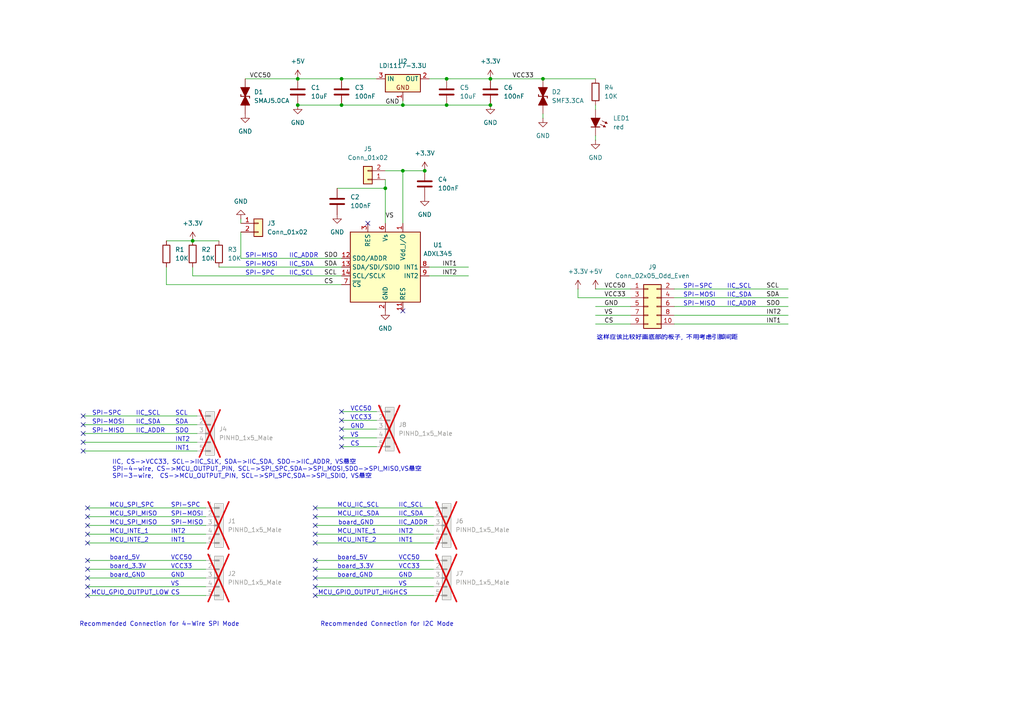
<source format=kicad_sch>
(kicad_sch
	(version 20250114)
	(generator "eeschema")
	(generator_version "9.0")
	(uuid "ab194bc9-f20a-4520-9c1a-601a5e10bcd2")
	(paper "A4")
	(lib_symbols
		(symbol "Connector_Generic:Conn_01x02"
			(pin_names
				(offset 1.016)
				(hide yes)
			)
			(exclude_from_sim no)
			(in_bom yes)
			(on_board yes)
			(property "Reference" "J"
				(at 0 2.54 0)
				(effects
					(font
						(size 1.27 1.27)
					)
				)
			)
			(property "Value" "Conn_01x02"
				(at 0 -5.08 0)
				(effects
					(font
						(size 1.27 1.27)
					)
				)
			)
			(property "Footprint" ""
				(at 0 0 0)
				(effects
					(font
						(size 1.27 1.27)
					)
					(hide yes)
				)
			)
			(property "Datasheet" "~"
				(at 0 0 0)
				(effects
					(font
						(size 1.27 1.27)
					)
					(hide yes)
				)
			)
			(property "Description" "Generic connector, single row, 01x02, script generated (kicad-library-utils/schlib/autogen/connector/)"
				(at 0 0 0)
				(effects
					(font
						(size 1.27 1.27)
					)
					(hide yes)
				)
			)
			(property "ki_keywords" "connector"
				(at 0 0 0)
				(effects
					(font
						(size 1.27 1.27)
					)
					(hide yes)
				)
			)
			(property "ki_fp_filters" "Connector*:*_1x??_*"
				(at 0 0 0)
				(effects
					(font
						(size 1.27 1.27)
					)
					(hide yes)
				)
			)
			(symbol "Conn_01x02_1_1"
				(rectangle
					(start -1.27 1.27)
					(end 1.27 -3.81)
					(stroke
						(width 0.254)
						(type default)
					)
					(fill
						(type background)
					)
				)
				(rectangle
					(start -1.27 0.127)
					(end 0 -0.127)
					(stroke
						(width 0.1524)
						(type default)
					)
					(fill
						(type none)
					)
				)
				(rectangle
					(start -1.27 -2.413)
					(end 0 -2.667)
					(stroke
						(width 0.1524)
						(type default)
					)
					(fill
						(type none)
					)
				)
				(pin passive line
					(at -5.08 0 0)
					(length 3.81)
					(name "Pin_1"
						(effects
							(font
								(size 1.27 1.27)
							)
						)
					)
					(number "1"
						(effects
							(font
								(size 1.27 1.27)
							)
						)
					)
				)
				(pin passive line
					(at -5.08 -2.54 0)
					(length 3.81)
					(name "Pin_2"
						(effects
							(font
								(size 1.27 1.27)
							)
						)
					)
					(number "2"
						(effects
							(font
								(size 1.27 1.27)
							)
						)
					)
				)
			)
			(embedded_fonts no)
		)
		(symbol "Connector_Generic:Conn_02x05_Odd_Even"
			(pin_names
				(offset 1.016)
				(hide yes)
			)
			(exclude_from_sim no)
			(in_bom yes)
			(on_board yes)
			(property "Reference" "J"
				(at 1.27 7.62 0)
				(effects
					(font
						(size 1.27 1.27)
					)
				)
			)
			(property "Value" "Conn_02x05_Odd_Even"
				(at 1.27 -7.62 0)
				(effects
					(font
						(size 1.27 1.27)
					)
				)
			)
			(property "Footprint" ""
				(at 0 0 0)
				(effects
					(font
						(size 1.27 1.27)
					)
					(hide yes)
				)
			)
			(property "Datasheet" "~"
				(at 0 0 0)
				(effects
					(font
						(size 1.27 1.27)
					)
					(hide yes)
				)
			)
			(property "Description" "Generic connector, double row, 02x05, odd/even pin numbering scheme (row 1 odd numbers, row 2 even numbers), script generated (kicad-library-utils/schlib/autogen/connector/)"
				(at 0 0 0)
				(effects
					(font
						(size 1.27 1.27)
					)
					(hide yes)
				)
			)
			(property "ki_keywords" "connector"
				(at 0 0 0)
				(effects
					(font
						(size 1.27 1.27)
					)
					(hide yes)
				)
			)
			(property "ki_fp_filters" "Connector*:*_2x??_*"
				(at 0 0 0)
				(effects
					(font
						(size 1.27 1.27)
					)
					(hide yes)
				)
			)
			(symbol "Conn_02x05_Odd_Even_1_1"
				(rectangle
					(start -1.27 6.35)
					(end 3.81 -6.35)
					(stroke
						(width 0.254)
						(type default)
					)
					(fill
						(type background)
					)
				)
				(rectangle
					(start -1.27 5.207)
					(end 0 4.953)
					(stroke
						(width 0.1524)
						(type default)
					)
					(fill
						(type none)
					)
				)
				(rectangle
					(start -1.27 2.667)
					(end 0 2.413)
					(stroke
						(width 0.1524)
						(type default)
					)
					(fill
						(type none)
					)
				)
				(rectangle
					(start -1.27 0.127)
					(end 0 -0.127)
					(stroke
						(width 0.1524)
						(type default)
					)
					(fill
						(type none)
					)
				)
				(rectangle
					(start -1.27 -2.413)
					(end 0 -2.667)
					(stroke
						(width 0.1524)
						(type default)
					)
					(fill
						(type none)
					)
				)
				(rectangle
					(start -1.27 -4.953)
					(end 0 -5.207)
					(stroke
						(width 0.1524)
						(type default)
					)
					(fill
						(type none)
					)
				)
				(rectangle
					(start 3.81 5.207)
					(end 2.54 4.953)
					(stroke
						(width 0.1524)
						(type default)
					)
					(fill
						(type none)
					)
				)
				(rectangle
					(start 3.81 2.667)
					(end 2.54 2.413)
					(stroke
						(width 0.1524)
						(type default)
					)
					(fill
						(type none)
					)
				)
				(rectangle
					(start 3.81 0.127)
					(end 2.54 -0.127)
					(stroke
						(width 0.1524)
						(type default)
					)
					(fill
						(type none)
					)
				)
				(rectangle
					(start 3.81 -2.413)
					(end 2.54 -2.667)
					(stroke
						(width 0.1524)
						(type default)
					)
					(fill
						(type none)
					)
				)
				(rectangle
					(start 3.81 -4.953)
					(end 2.54 -5.207)
					(stroke
						(width 0.1524)
						(type default)
					)
					(fill
						(type none)
					)
				)
				(pin passive line
					(at -5.08 5.08 0)
					(length 3.81)
					(name "Pin_1"
						(effects
							(font
								(size 1.27 1.27)
							)
						)
					)
					(number "1"
						(effects
							(font
								(size 1.27 1.27)
							)
						)
					)
				)
				(pin passive line
					(at -5.08 2.54 0)
					(length 3.81)
					(name "Pin_3"
						(effects
							(font
								(size 1.27 1.27)
							)
						)
					)
					(number "3"
						(effects
							(font
								(size 1.27 1.27)
							)
						)
					)
				)
				(pin passive line
					(at -5.08 0 0)
					(length 3.81)
					(name "Pin_5"
						(effects
							(font
								(size 1.27 1.27)
							)
						)
					)
					(number "5"
						(effects
							(font
								(size 1.27 1.27)
							)
						)
					)
				)
				(pin passive line
					(at -5.08 -2.54 0)
					(length 3.81)
					(name "Pin_7"
						(effects
							(font
								(size 1.27 1.27)
							)
						)
					)
					(number "7"
						(effects
							(font
								(size 1.27 1.27)
							)
						)
					)
				)
				(pin passive line
					(at -5.08 -5.08 0)
					(length 3.81)
					(name "Pin_9"
						(effects
							(font
								(size 1.27 1.27)
							)
						)
					)
					(number "9"
						(effects
							(font
								(size 1.27 1.27)
							)
						)
					)
				)
				(pin passive line
					(at 7.62 5.08 180)
					(length 3.81)
					(name "Pin_2"
						(effects
							(font
								(size 1.27 1.27)
							)
						)
					)
					(number "2"
						(effects
							(font
								(size 1.27 1.27)
							)
						)
					)
				)
				(pin passive line
					(at 7.62 2.54 180)
					(length 3.81)
					(name "Pin_4"
						(effects
							(font
								(size 1.27 1.27)
							)
						)
					)
					(number "4"
						(effects
							(font
								(size 1.27 1.27)
							)
						)
					)
				)
				(pin passive line
					(at 7.62 0 180)
					(length 3.81)
					(name "Pin_6"
						(effects
							(font
								(size 1.27 1.27)
							)
						)
					)
					(number "6"
						(effects
							(font
								(size 1.27 1.27)
							)
						)
					)
				)
				(pin passive line
					(at 7.62 -2.54 180)
					(length 3.81)
					(name "Pin_8"
						(effects
							(font
								(size 1.27 1.27)
							)
						)
					)
					(number "8"
						(effects
							(font
								(size 1.27 1.27)
							)
						)
					)
				)
				(pin passive line
					(at 7.62 -5.08 180)
					(length 3.81)
					(name "Pin_10"
						(effects
							(font
								(size 1.27 1.27)
							)
						)
					)
					(number "10"
						(effects
							(font
								(size 1.27 1.27)
							)
						)
					)
				)
			)
			(embedded_fonts no)
		)
		(symbol "Library:ADXL345"
			(exclude_from_sim no)
			(in_bom yes)
			(on_board yes)
			(property "Reference" "U"
				(at -8.89 11.43 0)
				(effects
					(font
						(size 1.27 1.27)
					)
				)
			)
			(property "Value" "ADXL345"
				(at -7.62 -11.43 0)
				(effects
					(font
						(size 1.27 1.27)
					)
				)
			)
			(property "Footprint" "Package_LGA:LGA-14_3x5mm_P0.8mm_LayoutBorder1x6y"
				(at 0 0 0)
				(effects
					(font
						(size 1.27 1.27)
					)
					(hide yes)
				)
			)
			(property "Datasheet" "https://www.analog.com/cn/products/adxl345.html"
				(at 0 0 0)
				(effects
					(font
						(size 1.27 1.27)
					)
					(hide yes)
				)
			)
			(property "Description" "3-Axis MEMS Accelerometer, 2/4/8/16g range, I2C/SPI, LGA-14"
				(at 0 0 0)
				(effects
					(font
						(size 1.27 1.27)
					)
					(hide yes)
				)
			)
			(property "ki_keywords" "3-axis accelerometer i2c spi mems"
				(at 0 0 0)
				(effects
					(font
						(size 1.27 1.27)
					)
					(hide yes)
				)
			)
			(property "ki_fp_filters" "*LGA*3x5mm*P0.8mm*"
				(at 0 0 0)
				(effects
					(font
						(size 1.27 1.27)
					)
					(hide yes)
				)
			)
			(symbol "ADXL345_0_1"
				(rectangle
					(start -10.16 10.16)
					(end 10.16 -10.16)
					(stroke
						(width 0.254)
						(type default)
					)
					(fill
						(type background)
					)
				)
			)
			(symbol "ADXL345_1_1"
				(pin bidirectional line
					(at -12.7 2.54 0)
					(length 2.54)
					(name "SDO/ADDR"
						(effects
							(font
								(size 1.27 1.27)
							)
						)
					)
					(number "12"
						(effects
							(font
								(size 1.27 1.27)
							)
						)
					)
				)
				(pin bidirectional line
					(at -12.7 0 0)
					(length 2.54)
					(name "SDA/SDI/SDIO"
						(effects
							(font
								(size 1.27 1.27)
							)
						)
					)
					(number "13"
						(effects
							(font
								(size 1.27 1.27)
							)
						)
					)
				)
				(pin input line
					(at -12.7 -2.54 0)
					(length 2.54)
					(name "SCL/SCLK"
						(effects
							(font
								(size 1.27 1.27)
							)
						)
					)
					(number "14"
						(effects
							(font
								(size 1.27 1.27)
							)
						)
					)
				)
				(pin input line
					(at -12.7 -5.08 0)
					(length 2.54)
					(name "~{CS}"
						(effects
							(font
								(size 1.27 1.27)
							)
						)
					)
					(number "7"
						(effects
							(font
								(size 1.27 1.27)
							)
						)
					)
				)
				(pin passive line
					(at -5.08 12.7 270)
					(length 2.54)
					(name "RES"
						(effects
							(font
								(size 1.27 1.27)
							)
						)
					)
					(number "3"
						(effects
							(font
								(size 1.27 1.27)
							)
						)
					)
				)
				(pin no_connect line
					(at -5.08 -10.16 90)
					(length 2.54)
					(hide yes)
					(name "NC"
						(effects
							(font
								(size 1.27 1.27)
							)
						)
					)
					(number "10"
						(effects
							(font
								(size 1.27 1.27)
							)
						)
					)
				)
				(pin power_in line
					(at 0 12.7 270)
					(length 2.54)
					(name "Vs"
						(effects
							(font
								(size 1.27 1.27)
							)
						)
					)
					(number "6"
						(effects
							(font
								(size 1.27 1.27)
							)
						)
					)
				)
				(pin power_in line
					(at 0 -12.7 90)
					(length 2.54)
					(name "GND"
						(effects
							(font
								(size 1.27 1.27)
							)
						)
					)
					(number "2"
						(effects
							(font
								(size 1.27 1.27)
							)
						)
					)
				)
				(pin passive line
					(at 0 -12.7 90)
					(length 2.54)
					(hide yes)
					(name "GND"
						(effects
							(font
								(size 1.27 1.27)
							)
						)
					)
					(number "4"
						(effects
							(font
								(size 1.27 1.27)
							)
						)
					)
				)
				(pin passive line
					(at 0 -12.7 90)
					(length 2.54)
					(hide yes)
					(name "GND"
						(effects
							(font
								(size 1.27 1.27)
							)
						)
					)
					(number "5"
						(effects
							(font
								(size 1.27 1.27)
							)
						)
					)
				)
				(pin power_in line
					(at 5.08 12.7 270)
					(length 2.54)
					(name "Vdd_I/O"
						(effects
							(font
								(size 1.27 1.27)
							)
						)
					)
					(number "1"
						(effects
							(font
								(size 1.27 1.27)
							)
						)
					)
				)
				(pin passive line
					(at 5.08 -12.7 90)
					(length 2.54)
					(name "RES"
						(effects
							(font
								(size 1.27 1.27)
							)
						)
					)
					(number "11"
						(effects
							(font
								(size 1.27 1.27)
							)
						)
					)
				)
				(pin output line
					(at 12.7 0 180)
					(length 2.54)
					(name "INT1"
						(effects
							(font
								(size 1.27 1.27)
							)
						)
					)
					(number "8"
						(effects
							(font
								(size 1.27 1.27)
							)
						)
					)
				)
				(pin output line
					(at 12.7 -2.54 180)
					(length 2.54)
					(name "INT2"
						(effects
							(font
								(size 1.27 1.27)
							)
						)
					)
					(number "9"
						(effects
							(font
								(size 1.27 1.27)
							)
						)
					)
				)
			)
			(embedded_fonts no)
		)
		(symbol "PCM_Capacitor_AKL:C_1206"
			(pin_numbers
				(hide yes)
			)
			(pin_names
				(offset 0.254)
			)
			(exclude_from_sim no)
			(in_bom yes)
			(on_board yes)
			(property "Reference" "C"
				(at 0.635 2.54 0)
				(effects
					(font
						(size 1.27 1.27)
					)
					(justify left)
				)
			)
			(property "Value" "C_1206"
				(at 0.635 -2.54 0)
				(effects
					(font
						(size 1.27 1.27)
					)
					(justify left)
				)
			)
			(property "Footprint" "PCM_Capacitor_SMD_AKL:C_1206_3216Metric"
				(at 0.9652 -3.81 0)
				(effects
					(font
						(size 1.27 1.27)
					)
					(hide yes)
				)
			)
			(property "Datasheet" "~"
				(at 0 0 0)
				(effects
					(font
						(size 1.27 1.27)
					)
					(hide yes)
				)
			)
			(property "Description" "SMD 1206 MLCC capacitor, Alternate KiCad Library"
				(at 0 0 0)
				(effects
					(font
						(size 1.27 1.27)
					)
					(hide yes)
				)
			)
			(property "ki_keywords" "cap capacitor ceramic chip mlcc smd 1206"
				(at 0 0 0)
				(effects
					(font
						(size 1.27 1.27)
					)
					(hide yes)
				)
			)
			(property "ki_fp_filters" "C_*"
				(at 0 0 0)
				(effects
					(font
						(size 1.27 1.27)
					)
					(hide yes)
				)
			)
			(symbol "C_1206_0_1"
				(polyline
					(pts
						(xy -2.032 0.762) (xy 2.032 0.762)
					)
					(stroke
						(width 0.508)
						(type default)
					)
					(fill
						(type none)
					)
				)
				(polyline
					(pts
						(xy -2.032 -0.762) (xy 2.032 -0.762)
					)
					(stroke
						(width 0.508)
						(type default)
					)
					(fill
						(type none)
					)
				)
			)
			(symbol "C_1206_0_2"
				(polyline
					(pts
						(xy -2.54 -2.54) (xy -0.381 -0.381)
					)
					(stroke
						(width 0)
						(type default)
					)
					(fill
						(type none)
					)
				)
				(polyline
					(pts
						(xy -0.508 -0.508) (xy -1.651 0.635)
					)
					(stroke
						(width 0.508)
						(type default)
					)
					(fill
						(type none)
					)
				)
				(polyline
					(pts
						(xy -0.508 -0.508) (xy 0.635 -1.651)
					)
					(stroke
						(width 0.508)
						(type default)
					)
					(fill
						(type none)
					)
				)
				(polyline
					(pts
						(xy 0.381 0.381) (xy 2.54 2.54)
					)
					(stroke
						(width 0)
						(type default)
					)
					(fill
						(type none)
					)
				)
				(polyline
					(pts
						(xy 0.508 0.508) (xy -0.635 1.651)
					)
					(stroke
						(width 0.508)
						(type default)
					)
					(fill
						(type none)
					)
				)
				(polyline
					(pts
						(xy 0.508 0.508) (xy 1.651 -0.635)
					)
					(stroke
						(width 0.508)
						(type default)
					)
					(fill
						(type none)
					)
				)
			)
			(symbol "C_1206_1_1"
				(pin passive line
					(at 0 3.81 270)
					(length 2.794)
					(name "~"
						(effects
							(font
								(size 1.27 1.27)
							)
						)
					)
					(number "1"
						(effects
							(font
								(size 1.27 1.27)
							)
						)
					)
				)
				(pin passive line
					(at 0 -3.81 90)
					(length 2.794)
					(name "~"
						(effects
							(font
								(size 1.27 1.27)
							)
						)
					)
					(number "2"
						(effects
							(font
								(size 1.27 1.27)
							)
						)
					)
				)
			)
			(symbol "C_1206_1_2"
				(pin passive line
					(at -2.54 -2.54 90)
					(length 0)
					(name "~"
						(effects
							(font
								(size 1.27 1.27)
							)
						)
					)
					(number "2"
						(effects
							(font
								(size 1.27 1.27)
							)
						)
					)
				)
				(pin passive line
					(at 2.54 2.54 270)
					(length 0)
					(name "~"
						(effects
							(font
								(size 1.27 1.27)
							)
						)
					)
					(number "1"
						(effects
							(font
								(size 1.27 1.27)
							)
						)
					)
				)
			)
			(embedded_fonts no)
		)
		(symbol "PCM_Diode_TVS_AKL:SMAJ5.0CA"
			(pin_numbers
				(hide yes)
			)
			(pin_names
				(offset 1.016)
				(hide yes)
			)
			(exclude_from_sim no)
			(in_bom yes)
			(on_board yes)
			(property "Reference" "D"
				(at 0 5.08 0)
				(effects
					(font
						(size 1.27 1.27)
					)
				)
			)
			(property "Value" "SMAJ5.0CA"
				(at 0 2.54 0)
				(effects
					(font
						(size 1.27 1.27)
					)
				)
			)
			(property "Footprint" "PCM_Diode_SMD_AKL:D_SMA_TVS"
				(at 0 0 0)
				(effects
					(font
						(size 1.27 1.27)
					)
					(hide yes)
				)
			)
			(property "Datasheet" "https://www.tme.eu/Document/dbc72d81c249fe51b6ab42300e8e06d0/SMAJ_ser.pdf"
				(at 0 0 0)
				(effects
					(font
						(size 1.27 1.27)
					)
					(hide yes)
				)
			)
			(property "Description" "SMA Bidirectional TVS Diode, 5V, 400W, Alternate KiCAD Library"
				(at 0 0 0)
				(effects
					(font
						(size 1.27 1.27)
					)
					(hide yes)
				)
			)
			(property "ki_keywords" "diode TVS bidirectional SMAJ-CA"
				(at 0 0 0)
				(effects
					(font
						(size 1.27 1.27)
					)
					(hide yes)
				)
			)
			(property "ki_fp_filters" "TO-???* *_Diode_* *SingleDiode* D_*"
				(at 0 0 0)
				(effects
					(font
						(size 1.27 1.27)
					)
					(hide yes)
				)
			)
			(symbol "SMAJ5.0CA_0_1"
				(polyline
					(pts
						(xy 0 1.27) (xy 0 -1.27)
					)
					(stroke
						(width 0.254)
						(type default)
					)
					(fill
						(type none)
					)
				)
				(polyline
					(pts
						(xy 0 1.27) (xy 0.508 1.27)
					)
					(stroke
						(width 0.254)
						(type default)
					)
					(fill
						(type none)
					)
				)
				(polyline
					(pts
						(xy 0 0) (xy -2.54 1.27) (xy -2.54 -1.27) (xy 0 0)
					)
					(stroke
						(width 0.254)
						(type default)
					)
					(fill
						(type outline)
					)
				)
				(polyline
					(pts
						(xy 0 -1.27) (xy -0.508 -1.27)
					)
					(stroke
						(width 0.254)
						(type default)
					)
					(fill
						(type none)
					)
				)
				(polyline
					(pts
						(xy 1.27 0) (xy -1.27 0)
					)
					(stroke
						(width 0)
						(type default)
					)
					(fill
						(type none)
					)
				)
				(polyline
					(pts
						(xy 2.54 1.27) (xy 2.54 -1.27) (xy 0 0) (xy 2.54 1.27)
					)
					(stroke
						(width 0.254)
						(type default)
					)
					(fill
						(type outline)
					)
				)
			)
			(symbol "SMAJ5.0CA_0_2"
				(polyline
					(pts
						(xy -3.81 -3.81) (xy 3.81 3.81)
					)
					(stroke
						(width 0)
						(type default)
					)
					(fill
						(type none)
					)
				)
				(polyline
					(pts
						(xy -1.778 -1.778) (xy -2.667 -0.889) (xy 0 0) (xy -0.889 -2.667) (xy -1.778 -1.778)
					)
					(stroke
						(width 0.254)
						(type default)
					)
					(fill
						(type outline)
					)
				)
				(polyline
					(pts
						(xy -0.889 0.889) (xy -1.27 0.508)
					)
					(stroke
						(width 0.254)
						(type default)
					)
					(fill
						(type none)
					)
				)
				(polyline
					(pts
						(xy -0.889 0.889) (xy 0.889 -0.889)
					)
					(stroke
						(width 0.254)
						(type default)
					)
					(fill
						(type none)
					)
				)
				(polyline
					(pts
						(xy 0.889 -0.889) (xy 1.27 -0.508)
					)
					(stroke
						(width 0.254)
						(type default)
					)
					(fill
						(type none)
					)
				)
				(polyline
					(pts
						(xy 1.778 1.778) (xy 2.667 0.889) (xy 0 0) (xy 0.889 2.667) (xy 1.778 1.778)
					)
					(stroke
						(width 0.254)
						(type default)
					)
					(fill
						(type outline)
					)
				)
			)
			(symbol "SMAJ5.0CA_1_1"
				(pin passive line
					(at -5.08 0 0)
					(length 2.54)
					(name "K"
						(effects
							(font
								(size 1.27 1.27)
							)
						)
					)
					(number "1"
						(effects
							(font
								(size 1.27 1.27)
							)
						)
					)
				)
				(pin passive line
					(at 5.08 0 180)
					(length 2.54)
					(name "A"
						(effects
							(font
								(size 1.27 1.27)
							)
						)
					)
					(number "2"
						(effects
							(font
								(size 1.27 1.27)
							)
						)
					)
				)
			)
			(symbol "SMAJ5.0CA_1_2"
				(pin passive line
					(at -3.81 -3.81 0)
					(length 0)
					(name "A"
						(effects
							(font
								(size 1.27 1.27)
							)
						)
					)
					(number "2"
						(effects
							(font
								(size 1.27 1.27)
							)
						)
					)
				)
				(pin passive line
					(at 3.81 3.81 180)
					(length 0)
					(name "K"
						(effects
							(font
								(size 1.27 1.27)
							)
						)
					)
					(number "1"
						(effects
							(font
								(size 1.27 1.27)
							)
						)
					)
				)
			)
			(embedded_fonts no)
		)
		(symbol "PCM_LED_AKL:LED_1206"
			(pin_numbers
				(hide yes)
			)
			(pin_names
				(offset 1.016)
				(hide yes)
			)
			(exclude_from_sim no)
			(in_bom yes)
			(on_board yes)
			(property "Reference" "LED"
				(at 0 7.62 0)
				(effects
					(font
						(size 1.27 1.27)
					)
				)
			)
			(property "Value" "LED_1206"
				(at 0 5.08 0)
				(effects
					(font
						(size 1.27 1.27)
					)
				)
			)
			(property "Footprint" "PCM_LED_SMD_AKL:LED_1206_3216Metric"
				(at 0 0 0)
				(effects
					(font
						(size 1.27 1.27)
					)
					(hide yes)
				)
			)
			(property "Datasheet" "~"
				(at 0 0 0)
				(effects
					(font
						(size 1.27 1.27)
					)
					(hide yes)
				)
			)
			(property "Description" "SMD LED, 1206, Alternate KiCad Library"
				(at 0 0 0)
				(effects
					(font
						(size 1.27 1.27)
					)
					(hide yes)
				)
			)
			(property "ki_keywords" "LED diode generic smd 1206"
				(at 0 0 0)
				(effects
					(font
						(size 1.27 1.27)
					)
					(hide yes)
				)
			)
			(property "ki_fp_filters" "LED* LED_SMD:* LED_THT:*"
				(at 0 0 0)
				(effects
					(font
						(size 1.27 1.27)
					)
					(hide yes)
				)
			)
			(symbol "LED_1206_0_1"
				(polyline
					(pts
						(xy -1.27 1.27) (xy -1.27 -1.27) (xy 1.27 0) (xy -1.27 1.27)
					)
					(stroke
						(width 0.254)
						(type default)
					)
					(fill
						(type outline)
					)
				)
				(polyline
					(pts
						(xy -0.508 1.905) (xy 0.254 3.429)
					)
					(stroke
						(width 0.1524)
						(type default)
					)
					(fill
						(type none)
					)
				)
				(polyline
					(pts
						(xy 0 2.921) (xy -0.254 3.048)
					)
					(stroke
						(width 0.1524)
						(type default)
					)
					(fill
						(type none)
					)
				)
				(polyline
					(pts
						(xy 0 2.921) (xy 0.254 2.794)
					)
					(stroke
						(width 0.1524)
						(type default)
					)
					(fill
						(type none)
					)
				)
				(polyline
					(pts
						(xy 0.254 2.794) (xy -0.254 3.048) (xy 0.254 3.429) (xy 0.254 2.794)
					)
					(stroke
						(width 0.1524)
						(type default)
					)
					(fill
						(type outline)
					)
				)
				(polyline
					(pts
						(xy 0.508 1.397) (xy 1.27 2.921)
					)
					(stroke
						(width 0.1524)
						(type default)
					)
					(fill
						(type none)
					)
				)
				(polyline
					(pts
						(xy 1.016 2.413) (xy 0.762 2.54)
					)
					(stroke
						(width 0.1524)
						(type default)
					)
					(fill
						(type none)
					)
				)
				(polyline
					(pts
						(xy 1.016 2.413) (xy 1.27 2.286)
					)
					(stroke
						(width 0.1524)
						(type default)
					)
					(fill
						(type none)
					)
				)
				(polyline
					(pts
						(xy 1.27 2.286) (xy 0.762 2.54) (xy 1.27 2.921) (xy 1.27 2.286)
					)
					(stroke
						(width 0.1524)
						(type default)
					)
					(fill
						(type outline)
					)
				)
				(polyline
					(pts
						(xy 1.27 1.27) (xy 1.27 -1.27)
					)
					(stroke
						(width 0.254)
						(type default)
					)
					(fill
						(type none)
					)
				)
				(polyline
					(pts
						(xy 1.27 0) (xy -1.27 0)
					)
					(stroke
						(width 0)
						(type default)
					)
					(fill
						(type none)
					)
				)
			)
			(symbol "LED_1206_0_2"
				(polyline
					(pts
						(xy -2.54 -2.54) (xy 2.54 2.54)
					)
					(stroke
						(width 0)
						(type default)
					)
					(fill
						(type none)
					)
				)
				(polyline
					(pts
						(xy -2.159 2.413) (xy -2.286 1.778) (xy -1.6764 1.9812) (xy -2.159 2.413)
					)
					(stroke
						(width 0)
						(type default)
					)
					(fill
						(type outline)
					)
				)
				(polyline
					(pts
						(xy -1.651 0.889) (xy -2.159 2.413)
					)
					(stroke
						(width 0)
						(type default)
					)
					(fill
						(type none)
					)
				)
				(polyline
					(pts
						(xy -1.016 2.794) (xy -1.143 2.159) (xy -0.5334 2.3622) (xy -1.016 2.794)
					)
					(stroke
						(width 0)
						(type default)
					)
					(fill
						(type outline)
					)
				)
				(polyline
					(pts
						(xy -0.889 -0.889) (xy -1.778 0) (xy 0.889 0.889) (xy 0 -1.778) (xy -0.889 -0.889)
					)
					(stroke
						(width 0.254)
						(type default)
					)
					(fill
						(type outline)
					)
				)
				(polyline
					(pts
						(xy -0.508 1.27) (xy -1.016 2.794)
					)
					(stroke
						(width 0)
						(type default)
					)
					(fill
						(type none)
					)
				)
				(polyline
					(pts
						(xy 0 1.778) (xy 1.778 0)
					)
					(stroke
						(width 0.254)
						(type default)
					)
					(fill
						(type none)
					)
				)
			)
			(symbol "LED_1206_1_1"
				(pin passive line
					(at -3.81 0 0)
					(length 2.54)
					(name "A"
						(effects
							(font
								(size 1.27 1.27)
							)
						)
					)
					(number "2"
						(effects
							(font
								(size 1.27 1.27)
							)
						)
					)
				)
				(pin passive line
					(at 3.81 0 180)
					(length 2.54)
					(name "K"
						(effects
							(font
								(size 1.27 1.27)
							)
						)
					)
					(number "1"
						(effects
							(font
								(size 1.27 1.27)
							)
						)
					)
				)
			)
			(symbol "LED_1206_1_2"
				(pin passive line
					(at -2.54 -2.54 0)
					(length 0)
					(name "A"
						(effects
							(font
								(size 1.27 1.27)
							)
						)
					)
					(number "2"
						(effects
							(font
								(size 1.27 1.27)
							)
						)
					)
				)
				(pin passive line
					(at 2.54 2.54 180)
					(length 0)
					(name "K"
						(effects
							(font
								(size 1.27 1.27)
							)
						)
					)
					(number "1"
						(effects
							(font
								(size 1.27 1.27)
							)
						)
					)
				)
			)
			(embedded_fonts no)
		)
		(symbol "PCM_Resistor_AKL:R_1206"
			(pin_numbers
				(hide yes)
			)
			(pin_names
				(offset 0)
			)
			(exclude_from_sim no)
			(in_bom yes)
			(on_board yes)
			(property "Reference" "R"
				(at 2.54 1.27 0)
				(effects
					(font
						(size 1.27 1.27)
					)
					(justify left)
				)
			)
			(property "Value" "R_1206"
				(at 2.54 -1.27 0)
				(effects
					(font
						(size 1.27 1.27)
					)
					(justify left)
				)
			)
			(property "Footprint" "PCM_Resistor_SMD_AKL:R_1206_3216Metric"
				(at 0 -11.43 0)
				(effects
					(font
						(size 1.27 1.27)
					)
					(hide yes)
				)
			)
			(property "Datasheet" "~"
				(at 0 0 0)
				(effects
					(font
						(size 1.27 1.27)
					)
					(hide yes)
				)
			)
			(property "Description" "SMD 1206 Chip Resistor, European Symbol, Alternate KiCad Library"
				(at 0 0 0)
				(effects
					(font
						(size 1.27 1.27)
					)
					(hide yes)
				)
			)
			(property "ki_keywords" "R res resistor eu  smd 1206"
				(at 0 0 0)
				(effects
					(font
						(size 1.27 1.27)
					)
					(hide yes)
				)
			)
			(property "ki_fp_filters" "R_*"
				(at 0 0 0)
				(effects
					(font
						(size 1.27 1.27)
					)
					(hide yes)
				)
			)
			(symbol "R_1206_0_1"
				(rectangle
					(start -1.016 2.54)
					(end 1.016 -2.54)
					(stroke
						(width 0.254)
						(type default)
					)
					(fill
						(type none)
					)
				)
			)
			(symbol "R_1206_0_2"
				(polyline
					(pts
						(xy -2.54 -2.54) (xy -1.524 -1.524)
					)
					(stroke
						(width 0)
						(type default)
					)
					(fill
						(type none)
					)
				)
				(polyline
					(pts
						(xy 1.524 1.524) (xy 2.54 2.54)
					)
					(stroke
						(width 0)
						(type default)
					)
					(fill
						(type none)
					)
				)
				(polyline
					(pts
						(xy 1.524 1.524) (xy 0.889 2.159) (xy -2.159 -0.889) (xy -0.889 -2.159) (xy 2.159 0.889) (xy 1.524 1.524)
					)
					(stroke
						(width 0.254)
						(type default)
					)
					(fill
						(type none)
					)
				)
			)
			(symbol "R_1206_1_1"
				(pin passive line
					(at 0 3.81 270)
					(length 1.27)
					(name "~"
						(effects
							(font
								(size 1.27 1.27)
							)
						)
					)
					(number "1"
						(effects
							(font
								(size 1.27 1.27)
							)
						)
					)
				)
				(pin passive line
					(at 0 -3.81 90)
					(length 1.27)
					(name "~"
						(effects
							(font
								(size 1.27 1.27)
							)
						)
					)
					(number "2"
						(effects
							(font
								(size 1.27 1.27)
							)
						)
					)
				)
			)
			(symbol "R_1206_1_2"
				(pin passive line
					(at -2.54 -2.54 0)
					(length 0)
					(name ""
						(effects
							(font
								(size 1.27 1.27)
							)
						)
					)
					(number "2"
						(effects
							(font
								(size 1.27 1.27)
							)
						)
					)
				)
				(pin passive line
					(at 2.54 2.54 180)
					(length 0)
					(name ""
						(effects
							(font
								(size 1.27 1.27)
							)
						)
					)
					(number "1"
						(effects
							(font
								(size 1.27 1.27)
							)
						)
					)
				)
			)
			(embedded_fonts no)
		)
		(symbol "PCM_SL_Pin_Headers:PINHD_1x5_Male"
			(exclude_from_sim no)
			(in_bom yes)
			(on_board yes)
			(property "Reference" "J"
				(at 0 10.16 0)
				(effects
					(font
						(size 1.27 1.27)
					)
				)
			)
			(property "Value" "PINHD_1x5_Male"
				(at 0 7.62 0)
				(effects
					(font
						(size 1.27 1.27)
					)
				)
			)
			(property "Footprint" "Connector_PinHeader_2.54mm:PinHeader_1x05_P2.54mm_Vertical"
				(at -1.27 12.7 0)
				(effects
					(font
						(size 1.27 1.27)
					)
					(hide yes)
				)
			)
			(property "Datasheet" ""
				(at 0 11.43 0)
				(effects
					(font
						(size 1.27 1.27)
					)
					(hide yes)
				)
			)
			(property "Description" "Pin Header male with pin space 2.54mm. Pin Count -5"
				(at 0 0 0)
				(effects
					(font
						(size 1.27 1.27)
					)
					(hide yes)
				)
			)
			(property "ki_keywords" "Pin Header"
				(at 0 0 0)
				(effects
					(font
						(size 1.27 1.27)
					)
					(hide yes)
				)
			)
			(property "ki_fp_filters" "PinHeader_1x05_P2.54mm*"
				(at 0 0 0)
				(effects
					(font
						(size 1.27 1.27)
					)
					(hide yes)
				)
			)
			(symbol "PINHD_1x5_Male_0_1"
				(rectangle
					(start -1.27 6.35)
					(end 1.27 -6.35)
					(stroke
						(width 0)
						(type default)
					)
					(fill
						(type background)
					)
				)
				(polyline
					(pts
						(xy -1.27 5.08) (xy 0 5.08)
					)
					(stroke
						(width 0.3)
						(type default)
					)
					(fill
						(type none)
					)
				)
				(polyline
					(pts
						(xy -1.27 5.08) (xy 0 5.08)
					)
					(stroke
						(width 0.5)
						(type default)
					)
					(fill
						(type none)
					)
				)
				(polyline
					(pts
						(xy -1.27 2.54) (xy 0 2.54)
					)
					(stroke
						(width 0.3)
						(type default)
					)
					(fill
						(type none)
					)
				)
				(polyline
					(pts
						(xy -1.27 2.54) (xy 0 2.54)
					)
					(stroke
						(width 0.5)
						(type default)
					)
					(fill
						(type none)
					)
				)
				(polyline
					(pts
						(xy -1.27 0) (xy 0 0)
					)
					(stroke
						(width 0.3)
						(type default)
					)
					(fill
						(type none)
					)
				)
				(polyline
					(pts
						(xy -1.27 0) (xy 0 0)
					)
					(stroke
						(width 0.5)
						(type default)
					)
					(fill
						(type none)
					)
				)
				(polyline
					(pts
						(xy -1.27 -2.54) (xy 0 -2.54)
					)
					(stroke
						(width 0.3)
						(type default)
					)
					(fill
						(type none)
					)
				)
				(polyline
					(pts
						(xy -1.27 -2.54) (xy 0 -2.54)
					)
					(stroke
						(width 0.5)
						(type default)
					)
					(fill
						(type none)
					)
				)
				(polyline
					(pts
						(xy -1.27 -5.08) (xy 0 -5.08)
					)
					(stroke
						(width 0.3)
						(type default)
					)
					(fill
						(type none)
					)
				)
				(polyline
					(pts
						(xy -1.27 -5.08) (xy 0 -5.08)
					)
					(stroke
						(width 0.5)
						(type default)
					)
					(fill
						(type none)
					)
				)
			)
			(symbol "PINHD_1x5_Male_1_1"
				(pin passive line
					(at -3.81 5.08 0)
					(length 2.54)
					(name ""
						(effects
							(font
								(size 1.27 1.27)
							)
						)
					)
					(number "1"
						(effects
							(font
								(size 1.27 1.27)
							)
						)
					)
				)
				(pin passive line
					(at -3.81 2.54 0)
					(length 2.54)
					(name ""
						(effects
							(font
								(size 1.27 1.27)
							)
						)
					)
					(number "2"
						(effects
							(font
								(size 1.27 1.27)
							)
						)
					)
				)
				(pin passive line
					(at -3.81 0 0)
					(length 2.54)
					(name ""
						(effects
							(font
								(size 1.27 1.27)
							)
						)
					)
					(number "3"
						(effects
							(font
								(size 1.27 1.27)
							)
						)
					)
				)
				(pin passive line
					(at -3.81 -2.54 0)
					(length 2.54)
					(name ""
						(effects
							(font
								(size 1.27 1.27)
							)
						)
					)
					(number "4"
						(effects
							(font
								(size 1.27 1.27)
							)
						)
					)
				)
				(pin passive line
					(at -3.81 -5.08 0)
					(length 2.54)
					(name ""
						(effects
							(font
								(size 1.27 1.27)
							)
						)
					)
					(number "5"
						(effects
							(font
								(size 1.27 1.27)
							)
						)
					)
				)
			)
			(embedded_fonts no)
		)
		(symbol "PCM_Voltage_Regulator_AKL:LDI1117-3.3U"
			(exclude_from_sim no)
			(in_bom yes)
			(on_board yes)
			(property "Reference" "U"
				(at 0 6.35 0)
				(effects
					(font
						(size 1.27 1.27)
					)
				)
			)
			(property "Value" "LDI1117-3.3U"
				(at 0 3.81 0)
				(effects
					(font
						(size 1.27 1.27)
					)
				)
			)
			(property "Footprint" "PCM_Package_TO_SOT_SMD_AKL:SOT-89-3"
				(at 0 0 0)
				(effects
					(font
						(size 1.27 1.27)
					)
					(hide yes)
				)
			)
			(property "Datasheet" "https://www.tme.eu/Document/084a5eb18462203f10c4803bc35208f3/ldi1117h.pdf"
				(at 0 0 0)
				(effects
					(font
						(size 1.27 1.27)
					)
					(hide yes)
				)
			)
			(property "Description" "SOT-89 3.3V 1A Low Dropout Voltage Regulator, Alternate KiCad Library"
				(at 0 0 0)
				(effects
					(font
						(size 1.27 1.27)
					)
					(hide yes)
				)
			)
			(property "ki_keywords" "3.3V 1A ldo low dropout voltage regulator vreg pmic power supply 3-terminal"
				(at 0 0 0)
				(effects
					(font
						(size 1.27 1.27)
					)
					(hide yes)
				)
			)
			(symbol "LDI1117-3.3U_0_0"
				(rectangle
					(start -5.08 1.27)
					(end 5.08 -3.81)
					(stroke
						(width 0.254)
						(type default)
					)
					(fill
						(type background)
					)
				)
				(text "GND"
					(at 0 -2.54 0)
					(effects
						(font
							(size 1.27 1.27)
						)
					)
				)
			)
			(symbol "LDI1117-3.3U_1_1"
				(pin power_in line
					(at -7.62 0 0)
					(length 2.54)
					(name "IN"
						(effects
							(font
								(size 1.27 1.27)
							)
						)
					)
					(number "3"
						(effects
							(font
								(size 1.27 1.27)
							)
						)
					)
				)
				(pin power_in line
					(at 0 -6.35 90)
					(length 2.54)
					(name "~"
						(effects
							(font
								(size 1.27 1.27)
							)
						)
					)
					(number "1"
						(effects
							(font
								(size 1.27 1.27)
							)
						)
					)
				)
				(pin power_out line
					(at 7.62 0 180)
					(length 2.54)
					(name "OUT"
						(effects
							(font
								(size 1.27 1.27)
							)
						)
					)
					(number "2"
						(effects
							(font
								(size 1.27 1.27)
							)
						)
					)
				)
			)
			(embedded_fonts no)
		)
		(symbol "SMF3.3CA_1"
			(pin_numbers
				(hide yes)
			)
			(pin_names
				(offset 1.016)
				(hide yes)
			)
			(exclude_from_sim no)
			(in_bom yes)
			(on_board yes)
			(property "Reference" "D"
				(at 0 5.08 0)
				(effects
					(font
						(size 1.27 1.27)
					)
				)
			)
			(property "Value" "SMF3.3CA"
				(at 0 2.54 0)
				(effects
					(font
						(size 1.27 1.27)
					)
				)
			)
			(property "Footprint" "PCM_Diode_SMD_AKL:D_SOD-123F"
				(at 0 0 0)
				(effects
					(font
						(size 1.27 1.27)
					)
					(hide yes)
				)
			)
			(property "Datasheet" "https://www.jlc-smt.com/lcsc/detail?componentCode=C22449587"
				(at 0 0 0)
				(effects
					(font
						(size 1.27 1.27)
					)
					(hide yes)
				)
			)
			(property "Description" "SOD-123F Bidirectional TVS Diode, 5V, 200W, Alternate KiCAD Library"
				(at 0 0 0)
				(effects
					(font
						(size 1.27 1.27)
					)
					(hide yes)
				)
			)
			(property "ki_keywords" "diode TVS bidirectional SMF-CA"
				(at 0 0 0)
				(effects
					(font
						(size 1.27 1.27)
					)
					(hide yes)
				)
			)
			(property "ki_fp_filters" "TO-???* *_Diode_* *SingleDiode* D_*"
				(at 0 0 0)
				(effects
					(font
						(size 1.27 1.27)
					)
					(hide yes)
				)
			)
			(symbol "SMF3.3CA_1_0_1"
				(polyline
					(pts
						(xy 0 1.27) (xy 0 -1.27)
					)
					(stroke
						(width 0.254)
						(type default)
					)
					(fill
						(type none)
					)
				)
				(polyline
					(pts
						(xy 0 1.27) (xy 0.508 1.27)
					)
					(stroke
						(width 0.254)
						(type default)
					)
					(fill
						(type none)
					)
				)
				(polyline
					(pts
						(xy 0 0) (xy -2.54 1.27) (xy -2.54 -1.27) (xy 0 0)
					)
					(stroke
						(width 0.254)
						(type default)
					)
					(fill
						(type outline)
					)
				)
				(polyline
					(pts
						(xy 0 -1.27) (xy -0.508 -1.27)
					)
					(stroke
						(width 0.254)
						(type default)
					)
					(fill
						(type none)
					)
				)
				(polyline
					(pts
						(xy 1.27 0) (xy -1.27 0)
					)
					(stroke
						(width 0)
						(type default)
					)
					(fill
						(type none)
					)
				)
				(polyline
					(pts
						(xy 2.54 1.27) (xy 2.54 -1.27) (xy 0 0) (xy 2.54 1.27)
					)
					(stroke
						(width 0.254)
						(type default)
					)
					(fill
						(type outline)
					)
				)
			)
			(symbol "SMF3.3CA_1_0_2"
				(polyline
					(pts
						(xy -3.81 -3.81) (xy 3.81 3.81)
					)
					(stroke
						(width 0)
						(type default)
					)
					(fill
						(type none)
					)
				)
				(polyline
					(pts
						(xy -1.778 -1.778) (xy -2.667 -0.889) (xy 0 0) (xy -0.889 -2.667) (xy -1.778 -1.778)
					)
					(stroke
						(width 0.254)
						(type default)
					)
					(fill
						(type outline)
					)
				)
				(polyline
					(pts
						(xy -0.889 0.889) (xy -1.27 0.508)
					)
					(stroke
						(width 0.254)
						(type default)
					)
					(fill
						(type none)
					)
				)
				(polyline
					(pts
						(xy -0.889 0.889) (xy 0.889 -0.889)
					)
					(stroke
						(width 0.254)
						(type default)
					)
					(fill
						(type none)
					)
				)
				(polyline
					(pts
						(xy 0.889 -0.889) (xy 1.27 -0.508)
					)
					(stroke
						(width 0.254)
						(type default)
					)
					(fill
						(type none)
					)
				)
				(polyline
					(pts
						(xy 1.778 1.778) (xy 2.667 0.889) (xy 0 0) (xy 0.889 2.667) (xy 1.778 1.778)
					)
					(stroke
						(width 0.254)
						(type default)
					)
					(fill
						(type outline)
					)
				)
			)
			(symbol "SMF3.3CA_1_1_1"
				(pin passive line
					(at -5.08 0 0)
					(length 2.54)
					(name "K"
						(effects
							(font
								(size 1.27 1.27)
							)
						)
					)
					(number "1"
						(effects
							(font
								(size 1.27 1.27)
							)
						)
					)
				)
				(pin passive line
					(at 5.08 0 180)
					(length 2.54)
					(name "A"
						(effects
							(font
								(size 1.27 1.27)
							)
						)
					)
					(number "2"
						(effects
							(font
								(size 1.27 1.27)
							)
						)
					)
				)
			)
			(symbol "SMF3.3CA_1_1_2"
				(pin passive line
					(at -3.81 -3.81 0)
					(length 0)
					(name "A"
						(effects
							(font
								(size 1.27 1.27)
							)
						)
					)
					(number "2"
						(effects
							(font
								(size 1.27 1.27)
							)
						)
					)
				)
				(pin passive line
					(at 3.81 3.81 180)
					(length 0)
					(name "K"
						(effects
							(font
								(size 1.27 1.27)
							)
						)
					)
					(number "1"
						(effects
							(font
								(size 1.27 1.27)
							)
						)
					)
				)
			)
			(embedded_fonts no)
		)
		(symbol "power:+3.3V"
			(power)
			(pin_numbers
				(hide yes)
			)
			(pin_names
				(offset 0)
				(hide yes)
			)
			(exclude_from_sim no)
			(in_bom yes)
			(on_board yes)
			(property "Reference" "#PWR"
				(at 0 -3.81 0)
				(effects
					(font
						(size 1.27 1.27)
					)
					(hide yes)
				)
			)
			(property "Value" "+3.3V"
				(at 0 3.556 0)
				(effects
					(font
						(size 1.27 1.27)
					)
				)
			)
			(property "Footprint" ""
				(at 0 0 0)
				(effects
					(font
						(size 1.27 1.27)
					)
					(hide yes)
				)
			)
			(property "Datasheet" ""
				(at 0 0 0)
				(effects
					(font
						(size 1.27 1.27)
					)
					(hide yes)
				)
			)
			(property "Description" "Power symbol creates a global label with name \"+3.3V\""
				(at 0 0 0)
				(effects
					(font
						(size 1.27 1.27)
					)
					(hide yes)
				)
			)
			(property "ki_keywords" "global power"
				(at 0 0 0)
				(effects
					(font
						(size 1.27 1.27)
					)
					(hide yes)
				)
			)
			(symbol "+3.3V_0_1"
				(polyline
					(pts
						(xy -0.762 1.27) (xy 0 2.54)
					)
					(stroke
						(width 0)
						(type default)
					)
					(fill
						(type none)
					)
				)
				(polyline
					(pts
						(xy 0 2.54) (xy 0.762 1.27)
					)
					(stroke
						(width 0)
						(type default)
					)
					(fill
						(type none)
					)
				)
				(polyline
					(pts
						(xy 0 0) (xy 0 2.54)
					)
					(stroke
						(width 0)
						(type default)
					)
					(fill
						(type none)
					)
				)
			)
			(symbol "+3.3V_1_1"
				(pin power_in line
					(at 0 0 90)
					(length 0)
					(name "~"
						(effects
							(font
								(size 1.27 1.27)
							)
						)
					)
					(number "1"
						(effects
							(font
								(size 1.27 1.27)
							)
						)
					)
				)
			)
			(embedded_fonts no)
		)
		(symbol "power:+5V"
			(power)
			(pin_numbers
				(hide yes)
			)
			(pin_names
				(offset 0)
				(hide yes)
			)
			(exclude_from_sim no)
			(in_bom yes)
			(on_board yes)
			(property "Reference" "#PWR"
				(at 0 -3.81 0)
				(effects
					(font
						(size 1.27 1.27)
					)
					(hide yes)
				)
			)
			(property "Value" "+5V"
				(at 0 3.556 0)
				(effects
					(font
						(size 1.27 1.27)
					)
				)
			)
			(property "Footprint" ""
				(at 0 0 0)
				(effects
					(font
						(size 1.27 1.27)
					)
					(hide yes)
				)
			)
			(property "Datasheet" ""
				(at 0 0 0)
				(effects
					(font
						(size 1.27 1.27)
					)
					(hide yes)
				)
			)
			(property "Description" "Power symbol creates a global label with name \"+5V\""
				(at 0 0 0)
				(effects
					(font
						(size 1.27 1.27)
					)
					(hide yes)
				)
			)
			(property "ki_keywords" "global power"
				(at 0 0 0)
				(effects
					(font
						(size 1.27 1.27)
					)
					(hide yes)
				)
			)
			(symbol "+5V_0_1"
				(polyline
					(pts
						(xy -0.762 1.27) (xy 0 2.54)
					)
					(stroke
						(width 0)
						(type default)
					)
					(fill
						(type none)
					)
				)
				(polyline
					(pts
						(xy 0 2.54) (xy 0.762 1.27)
					)
					(stroke
						(width 0)
						(type default)
					)
					(fill
						(type none)
					)
				)
				(polyline
					(pts
						(xy 0 0) (xy 0 2.54)
					)
					(stroke
						(width 0)
						(type default)
					)
					(fill
						(type none)
					)
				)
			)
			(symbol "+5V_1_1"
				(pin power_in line
					(at 0 0 90)
					(length 0)
					(name "~"
						(effects
							(font
								(size 1.27 1.27)
							)
						)
					)
					(number "1"
						(effects
							(font
								(size 1.27 1.27)
							)
						)
					)
				)
			)
			(embedded_fonts no)
		)
		(symbol "power:GND"
			(power)
			(pin_numbers
				(hide yes)
			)
			(pin_names
				(offset 0)
				(hide yes)
			)
			(exclude_from_sim no)
			(in_bom yes)
			(on_board yes)
			(property "Reference" "#PWR"
				(at 0 -6.35 0)
				(effects
					(font
						(size 1.27 1.27)
					)
					(hide yes)
				)
			)
			(property "Value" "GND"
				(at 0 -3.81 0)
				(effects
					(font
						(size 1.27 1.27)
					)
				)
			)
			(property "Footprint" ""
				(at 0 0 0)
				(effects
					(font
						(size 1.27 1.27)
					)
					(hide yes)
				)
			)
			(property "Datasheet" ""
				(at 0 0 0)
				(effects
					(font
						(size 1.27 1.27)
					)
					(hide yes)
				)
			)
			(property "Description" "Power symbol creates a global label with name \"GND\" , ground"
				(at 0 0 0)
				(effects
					(font
						(size 1.27 1.27)
					)
					(hide yes)
				)
			)
			(property "ki_keywords" "global power"
				(at 0 0 0)
				(effects
					(font
						(size 1.27 1.27)
					)
					(hide yes)
				)
			)
			(symbol "GND_0_1"
				(polyline
					(pts
						(xy 0 0) (xy 0 -1.27) (xy 1.27 -1.27) (xy 0 -2.54) (xy -1.27 -1.27) (xy 0 -1.27)
					)
					(stroke
						(width 0)
						(type default)
					)
					(fill
						(type none)
					)
				)
			)
			(symbol "GND_1_1"
				(pin power_in line
					(at 0 0 270)
					(length 0)
					(name "~"
						(effects
							(font
								(size 1.27 1.27)
							)
						)
					)
					(number "1"
						(effects
							(font
								(size 1.27 1.27)
							)
						)
					)
				)
			)
			(embedded_fonts no)
		)
	)
	(text "board_GND"
		(exclude_from_sim no)
		(at 31.75 167.64 0)
		(effects
			(font
				(size 1.27 1.27)
			)
			(justify left bottom)
		)
		(uuid "016fdda5-03aa-4228-be3f-02c69693495f")
	)
	(text "IIC_ADDR"
		(exclude_from_sim no)
		(at 39.37 125.73 0)
		(effects
			(font
				(size 1.27 1.27)
			)
			(justify left bottom)
		)
		(uuid "05410b35-b854-48ab-a1a5-40184a3e50fb")
	)
	(text "SPI-MOSI"
		(exclude_from_sim no)
		(at 71.12 77.47 0)
		(effects
			(font
				(size 1.27 1.27)
			)
			(justify left bottom)
		)
		(uuid "0e225e37-2737-4c3e-9afc-56745d633fad")
	)
	(text "SPI-MOSI"
		(exclude_from_sim no)
		(at 26.67 123.19 0)
		(effects
			(font
				(size 1.27 1.27)
			)
			(justify left bottom)
		)
		(uuid "149af410-8617-4823-b47d-86250338da15")
	)
	(text "IIC_SCL"
		(exclude_from_sim no)
		(at 83.82 80.01 0)
		(effects
			(font
				(size 1.27 1.27)
			)
			(justify left bottom)
		)
		(uuid "15813574-9be1-43f2-b378-6899cafd9820")
	)
	(text "GND"
		(exclude_from_sim no)
		(at 115.57 167.64 0)
		(effects
			(font
				(size 1.27 1.27)
			)
			(justify left bottom)
		)
		(uuid "1a711b18-6a69-471e-9d5a-b570af539769")
	)
	(text "IIC_SCL"
		(exclude_from_sim no)
		(at 115.57 147.32 0)
		(effects
			(font
				(size 1.27 1.27)
			)
			(justify left bottom)
		)
		(uuid "1d02594e-c89e-4ca0-976b-fb909003aa3f")
	)
	(text "SPI-SPC"
		(exclude_from_sim no)
		(at 26.67 120.65 0)
		(effects
			(font
				(size 1.27 1.27)
			)
			(justify left bottom)
		)
		(uuid "1fb53e4d-55ce-4667-b020-3431e4402688")
	)
	(text "IIC_ADDR"
		(exclude_from_sim no)
		(at 83.82 74.93 0)
		(effects
			(font
				(size 1.27 1.27)
			)
			(justify left bottom)
		)
		(uuid "20a6d039-c824-4685-99e5-c588fcb9c24a")
	)
	(text "这样应该比较好画底部的板子, 不用考虑引脚间距"
		(exclude_from_sim no)
		(at 193.548 98.044 0)
		(effects
			(font
				(size 1.27 1.27)
			)
		)
		(uuid "275940de-ca60-4883-866a-7d7135f91f65")
	)
	(text "MCU_SPI_MISO"
		(exclude_from_sim no)
		(at 31.75 152.4 0)
		(effects
			(font
				(size 1.27 1.27)
			)
			(justify left bottom)
		)
		(uuid "2b0f0fab-94ca-4590-976c-b1b88dbfafb9")
	)
	(text "MCU_SPI_SPC"
		(exclude_from_sim no)
		(at 31.75 147.32 0)
		(effects
			(font
				(size 1.27 1.27)
			)
			(justify left bottom)
		)
		(uuid "2bdd5a5f-8608-4e9b-a6d4-d4ca66f400fb")
	)
	(text "SPI-MOSI"
		(exclude_from_sim no)
		(at 49.53 149.86 0)
		(effects
			(font
				(size 1.27 1.27)
			)
			(justify left bottom)
		)
		(uuid "2fae085e-46c4-4eff-8a4e-6fb4b80167f4")
	)
	(text "VCC50"
		(exclude_from_sim no)
		(at 115.57 162.56 0)
		(effects
			(font
				(size 1.27 1.27)
			)
			(justify left bottom)
		)
		(uuid "30d0fd3a-4bbf-4294-a2c6-ce23f80e117e")
	)
	(text "MCU_INTE_1"
		(exclude_from_sim no)
		(at 31.75 154.94 0)
		(effects
			(font
				(size 1.27 1.27)
			)
			(justify left bottom)
		)
		(uuid "324473d1-456b-4f26-b4eb-40d36bbbfd97")
	)
	(text "MCU_GPIO_OUTPUT_LOW"
		(exclude_from_sim no)
		(at 26.416 172.72 0)
		(effects
			(font
				(size 1.27 1.27)
			)
			(justify left bottom)
		)
		(uuid "33fda3a8-cbed-4c26-b0d9-3bf07a57f29a")
	)
	(text "CS"
		(exclude_from_sim no)
		(at 49.53 172.72 0)
		(effects
			(font
				(size 1.27 1.27)
			)
			(justify left bottom)
		)
		(uuid "34959cdf-7241-47fa-a9e5-f16102a63544")
	)
	(text "MCU_INTE_2"
		(exclude_from_sim no)
		(at 97.79 157.48 0)
		(effects
			(font
				(size 1.27 1.27)
			)
			(justify left bottom)
		)
		(uuid "3a6a4290-66ff-496b-bcc6-c088635becb3")
	)
	(text "SPI-MISO"
		(exclude_from_sim no)
		(at 71.12 74.93 0)
		(effects
			(font
				(size 1.27 1.27)
			)
			(justify left bottom)
		)
		(uuid "3a90fb94-f9a5-43fb-b7a4-2e08bcb679a3")
	)
	(text "IIC_SDA"
		(exclude_from_sim no)
		(at 39.37 123.19 0)
		(effects
			(font
				(size 1.27 1.27)
			)
			(justify left bottom)
		)
		(uuid "3ca1d99e-e0c4-4602-b072-f391242ba35c")
	)
	(text "VCC33"
		(exclude_from_sim no)
		(at 49.53 165.1 0)
		(effects
			(font
				(size 1.27 1.27)
			)
			(justify left bottom)
		)
		(uuid "43c58f72-f157-4d55-9c36-fa40199e8bcf")
	)
	(text "IIC_SDA"
		(exclude_from_sim no)
		(at 115.57 149.86 0)
		(effects
			(font
				(size 1.27 1.27)
			)
			(justify left bottom)
		)
		(uuid "4591f3a3-86ca-434c-9090-04271d1d9454")
	)
	(text "IIC_SDA"
		(exclude_from_sim no)
		(at 83.82 77.47 0)
		(effects
			(font
				(size 1.27 1.27)
			)
			(justify left bottom)
		)
		(uuid "4932d1ac-f8a4-4456-bf0a-b3ba2c14cb8b")
	)
	(text "IIC_SDA"
		(exclude_from_sim no)
		(at 210.82 86.36 0)
		(effects
			(font
				(size 1.27 1.27)
			)
			(justify left bottom)
		)
		(uuid "4cdb409a-cb46-4aac-a923-a5ec399e4727")
	)
	(text "SDO"
		(exclude_from_sim no)
		(at 50.8 125.73 0)
		(effects
			(font
				(size 1.27 1.27)
			)
			(justify left bottom)
		)
		(uuid "4d35067d-477d-42b1-8abc-d48e7551a53d")
	)
	(text "INT2"
		(exclude_from_sim no)
		(at 115.57 154.94 0)
		(effects
			(font
				(size 1.27 1.27)
			)
			(justify left bottom)
		)
		(uuid "58841ed6-9e86-43dc-a9a8-07ac90dadfb8")
	)
	(text "board_5V"
		(exclude_from_sim no)
		(at 97.79 162.56 0)
		(effects
			(font
				(size 1.27 1.27)
			)
			(justify left bottom)
		)
		(uuid "5bb46eb9-114f-4932-9d4b-07e3ef8ddb6f")
	)
	(text "VCC33"
		(exclude_from_sim no)
		(at 101.6 121.92 0)
		(effects
			(font
				(size 1.27 1.27)
			)
			(justify left bottom)
		)
		(uuid "5d3b5f4a-bb64-4e2d-90da-d8c54588b2f3")
	)
	(text "SPI-MISO"
		(exclude_from_sim no)
		(at 198.12 88.9 0)
		(effects
			(font
				(size 1.27 1.27)
			)
			(justify left bottom)
		)
		(uuid "5f49c45f-f07d-48a4-99da-46f94f73aa86")
	)
	(text "SCL"
		(exclude_from_sim no)
		(at 50.8 120.65 0)
		(effects
			(font
				(size 1.27 1.27)
			)
			(justify left bottom)
		)
		(uuid "67a32be7-5439-4b4b-b347-4aa86f74b733")
	)
	(text "INT2"
		(exclude_from_sim no)
		(at 49.53 154.94 0)
		(effects
			(font
				(size 1.27 1.27)
			)
			(justify left bottom)
		)
		(uuid "694dba1d-bd81-4b4c-ae89-efd30205fd66")
	)
	(text "SPI-SPC"
		(exclude_from_sim no)
		(at 49.53 147.32 0)
		(effects
			(font
				(size 1.27 1.27)
			)
			(justify left bottom)
		)
		(uuid "69652763-95b4-46c1-9ac3-13601c7cad6b")
	)
	(text "VCC50"
		(exclude_from_sim no)
		(at 101.6 119.38 0)
		(effects
			(font
				(size 1.27 1.27)
			)
			(justify left bottom)
		)
		(uuid "69c44221-930f-45cd-bb04-37b6b68dfb7c")
	)
	(text "board_5V"
		(exclude_from_sim no)
		(at 31.75 162.56 0)
		(effects
			(font
				(size 1.27 1.27)
			)
			(justify left bottom)
		)
		(uuid "6b49e1d9-e241-4403-943d-9cedd9a4d391")
	)
	(text "IIC_SCL"
		(exclude_from_sim no)
		(at 210.82 83.82 0)
		(effects
			(font
				(size 1.27 1.27)
			)
			(justify left bottom)
		)
		(uuid "70d2ffa6-2774-4b1c-b42d-20ca06072ee0")
	)
	(text "SPI-SPC"
		(exclude_from_sim no)
		(at 71.12 80.01 0)
		(effects
			(font
				(size 1.27 1.27)
			)
			(justify left bottom)
		)
		(uuid "7261a2f1-c7db-442f-8ed2-d32a41576e9c")
	)
	(text "INT1"
		(exclude_from_sim no)
		(at 115.57 157.48 0)
		(effects
			(font
				(size 1.27 1.27)
			)
			(justify left bottom)
		)
		(uuid "72919524-9718-4066-8849-7cd59e3ed303")
	)
	(text "MCU_IIC_SDA"
		(exclude_from_sim no)
		(at 97.79 149.86 0)
		(effects
			(font
				(size 1.27 1.27)
			)
			(justify left bottom)
		)
		(uuid "740f331b-29aa-4b40-803c-278a9b0e5971")
	)
	(text "board_3.3V"
		(exclude_from_sim no)
		(at 97.79 165.1 0)
		(effects
			(font
				(size 1.27 1.27)
			)
			(justify left bottom)
		)
		(uuid "74535fa9-7ae4-45e1-9f45-73a0c27dff25")
	)
	(text "Recommended Connection for I2C Mode"
		(exclude_from_sim no)
		(at 112.268 181.102 0)
		(effects
			(font
				(size 1.27 1.27)
			)
		)
		(uuid "7eab7a1f-c23b-440c-8064-04009e20d53a")
	)
	(text "board_GND"
		(exclude_from_sim no)
		(at 98.044 152.4 0)
		(effects
			(font
				(size 1.27 1.27)
			)
			(justify left bottom)
		)
		(uuid "8772a959-89eb-4294-a803-6c1bc81337d3")
	)
	(text "MCU_SPI_MISO"
		(exclude_from_sim no)
		(at 31.75 149.86 0)
		(effects
			(font
				(size 1.27 1.27)
			)
			(justify left bottom)
		)
		(uuid "882fab04-1757-4d28-9372-8717d159fc85")
	)
	(text "SPI-MISO"
		(exclude_from_sim no)
		(at 49.53 152.4 0)
		(effects
			(font
				(size 1.27 1.27)
			)
			(justify left bottom)
		)
		(uuid "8c8c5af9-dbe4-4de8-b053-418533c46f44")
	)
	(text "board_3.3V"
		(exclude_from_sim no)
		(at 31.75 165.1 0)
		(effects
			(font
				(size 1.27 1.27)
			)
			(justify left bottom)
		)
		(uuid "8e3a2b41-c2a7-4d4e-9280-eb24fa7cdaa9")
	)
	(text "CS"
		(exclude_from_sim no)
		(at 115.57 172.72 0)
		(effects
			(font
				(size 1.27 1.27)
			)
			(justify left bottom)
		)
		(uuid "90687cd2-f56f-4586-8808-630817f21424")
	)
	(text "MCU_GPIO_OUTPUT_HIGH"
		(exclude_from_sim no)
		(at 92.202 172.72 0)
		(effects
			(font
				(size 1.27 1.27)
			)
			(justify left bottom)
		)
		(uuid "91880629-4f31-43a1-8846-bdc2527ee8b2")
	)
	(text "INT1"
		(exclude_from_sim no)
		(at 49.53 157.48 0)
		(effects
			(font
				(size 1.27 1.27)
			)
			(justify left bottom)
		)
		(uuid "93f6a619-f21a-4794-bdff-815c145489d3")
	)
	(text "SPI-MOSI"
		(exclude_from_sim no)
		(at 198.12 86.36 0)
		(effects
			(font
				(size 1.27 1.27)
			)
			(justify left bottom)
		)
		(uuid "98ac09f1-b356-4dc1-b346-1da6a08081ac")
	)
	(text "IIC_ADDR"
		(exclude_from_sim no)
		(at 210.82 88.9 0)
		(effects
			(font
				(size 1.27 1.27)
			)
			(justify left bottom)
		)
		(uuid "a4fab6a7-4630-47ee-8526-a0f140a0e615")
	)
	(text "VCC50"
		(exclude_from_sim no)
		(at 49.53 162.56 0)
		(effects
			(font
				(size 1.27 1.27)
			)
			(justify left bottom)
		)
		(uuid "a8db25e5-47fc-42be-9907-75d6e3aecb3d")
	)
	(text "SDA"
		(exclude_from_sim no)
		(at 50.8 123.19 0)
		(effects
			(font
				(size 1.27 1.27)
			)
			(justify left bottom)
		)
		(uuid "af4ca26d-034d-4fb4-bbba-f3d270bbd9f0")
	)
	(text "IIC, CS->VCC33, SCL->IIC_SLK, SDA->IIC_SDA, SDO->IIC_ADDR, VS悬空\nSPI-4-wire, CS->MCU_OUTPUT_PIN, SCL->SPI_SPC,SDA->SPI_MOSI,SDO->SPI_MISO,VS悬空\nSPI-3-wire,  CS->MCU_OUTPUT_PIN, SCL->SPI_SPC,SDA->SPI_SDIO, VS悬空"
		(exclude_from_sim no)
		(at 32.512 136.144 0)
		(effects
			(font
				(size 1.27 1.27)
			)
			(justify left)
		)
		(uuid "b2a9474e-56bb-45ab-8c6c-6d79b4e1a400")
	)
	(text "VCC33"
		(exclude_from_sim no)
		(at 115.57 165.1 0)
		(effects
			(font
				(size 1.27 1.27)
			)
			(justify left bottom)
		)
		(uuid "b957a520-80dc-482e-bea1-82ef24379eb4")
	)
	(text "SPI-MISO"
		(exclude_from_sim no)
		(at 26.67 125.73 0)
		(effects
			(font
				(size 1.27 1.27)
			)
			(justify left bottom)
		)
		(uuid "ba9cdf15-94ac-4fce-bef1-9443b42d6f7f")
	)
	(text "VS"
		(exclude_from_sim no)
		(at 101.6 127 0)
		(effects
			(font
				(size 1.27 1.27)
			)
			(justify left bottom)
		)
		(uuid "c07c252e-5a9a-4906-a055-864042306f8f")
	)
	(text "SPI-SPC"
		(exclude_from_sim no)
		(at 198.12 83.82 0)
		(effects
			(font
				(size 1.27 1.27)
			)
			(justify left bottom)
		)
		(uuid "c35baec3-8fa9-4266-817d-91e0b11dd222")
	)
	(text "IIC_ADDR"
		(exclude_from_sim no)
		(at 115.57 152.4 0)
		(effects
			(font
				(size 1.27 1.27)
			)
			(justify left bottom)
		)
		(uuid "cad9bca9-c12e-4524-ac83-c35503317662")
	)
	(text "IIC_SCL"
		(exclude_from_sim no)
		(at 39.37 120.65 0)
		(effects
			(font
				(size 1.27 1.27)
			)
			(justify left bottom)
		)
		(uuid "cd9dfc95-bde6-471f-8365-2ee62d04548a")
	)
	(text "MCU_INTE_2"
		(exclude_from_sim no)
		(at 31.75 157.48 0)
		(effects
			(font
				(size 1.27 1.27)
			)
			(justify left bottom)
		)
		(uuid "d822c2cd-1b62-487d-a548-bddd73d06fb7")
	)
	(text "board_GND"
		(exclude_from_sim no)
		(at 97.79 167.64 0)
		(effects
			(font
				(size 1.27 1.27)
			)
			(justify left bottom)
		)
		(uuid "d8f4cb33-59bc-4c14-9ec3-055f70f9280f")
	)
	(text "Recommended Connection for 4-Wire SPI Mode"
		(exclude_from_sim no)
		(at 46.228 181.102 0)
		(effects
			(font
				(size 1.27 1.27)
			)
		)
		(uuid "db0a761d-15c1-4cc3-bc49-214634d769b8")
	)
	(text "INT1"
		(exclude_from_sim no)
		(at 50.8 130.81 0)
		(effects
			(font
				(size 1.27 1.27)
			)
			(justify left bottom)
		)
		(uuid "dfc6f081-8ae1-4d48-891e-e8d8b39804e7")
	)
	(text "MCU_IIC_SCL"
		(exclude_from_sim no)
		(at 97.79 147.32 0)
		(effects
			(font
				(size 1.27 1.27)
			)
			(justify left bottom)
		)
		(uuid "e1e233bc-54c8-4ed8-a180-2fdcd1ffb2f3")
	)
	(text "CS"
		(exclude_from_sim no)
		(at 101.6 129.54 0)
		(effects
			(font
				(size 1.27 1.27)
			)
			(justify left bottom)
		)
		(uuid "e41560b8-58ee-4f1d-b894-ac122a2b3a51")
	)
	(text "MCU_INTE_1"
		(exclude_from_sim no)
		(at 97.79 154.94 0)
		(effects
			(font
				(size 1.27 1.27)
			)
			(justify left bottom)
		)
		(uuid "e675050d-8ac8-4843-a2f7-6978c025b8bb")
	)
	(text "INT2"
		(exclude_from_sim no)
		(at 50.8 128.27 0)
		(effects
			(font
				(size 1.27 1.27)
			)
			(justify left bottom)
		)
		(uuid "e9104e2e-2f8b-4d4f-b345-92bd650f45b8")
	)
	(text "VS"
		(exclude_from_sim no)
		(at 115.57 170.18 0)
		(effects
			(font
				(size 1.27 1.27)
			)
			(justify left bottom)
		)
		(uuid "eabc276a-c13a-45fb-8522-a69511a1d9aa")
	)
	(text "GND"
		(exclude_from_sim no)
		(at 101.6 124.46 0)
		(effects
			(font
				(size 1.27 1.27)
			)
			(justify left bottom)
		)
		(uuid "ead31c4a-6d17-4016-96c7-bfea49b73d7d")
	)
	(text "VS"
		(exclude_from_sim no)
		(at 49.53 170.18 0)
		(effects
			(font
				(size 1.27 1.27)
			)
			(justify left bottom)
		)
		(uuid "ef4716d2-f575-4c0b-bef1-c411310b3aa6")
	)
	(text "GND"
		(exclude_from_sim no)
		(at 49.53 167.64 0)
		(effects
			(font
				(size 1.27 1.27)
			)
			(justify left bottom)
		)
		(uuid "f0d49ae6-8643-4960-bf65-af862bf42132")
	)
	(junction
		(at 111.76 54.61)
		(diameter 0)
		(color 0 0 0 0)
		(uuid "0f4460fd-df3c-4263-8744-5d84d9487918")
	)
	(junction
		(at 123.19 49.53)
		(diameter 0)
		(color 0 0 0 0)
		(uuid "1a426788-6acf-4cfa-b3da-2c84e9f18541")
	)
	(junction
		(at 157.48 22.86)
		(diameter 0)
		(color 0 0 0 0)
		(uuid "5fff94eb-a102-4039-89fd-7970930dbf23")
	)
	(junction
		(at 99.06 30.48)
		(diameter 0)
		(color 0 0 0 0)
		(uuid "61003243-a0dd-4249-bacb-4a2f7b8d8512")
	)
	(junction
		(at 55.88 69.85)
		(diameter 0)
		(color 0 0 0 0)
		(uuid "61838b22-c787-468d-9b27-79449ee6e88e")
	)
	(junction
		(at 116.84 30.48)
		(diameter 0)
		(color 0 0 0 0)
		(uuid "7714f12c-0a5e-4ef3-84b3-c234c873b31e")
	)
	(junction
		(at 142.24 30.48)
		(diameter 0)
		(color 0 0 0 0)
		(uuid "850698fd-96cf-4262-8dc8-c456dabbda93")
	)
	(junction
		(at 142.24 22.86)
		(diameter 0)
		(color 0 0 0 0)
		(uuid "87bb5208-0edc-4a45-af96-68fbb05c27eb")
	)
	(junction
		(at 129.54 30.48)
		(diameter 0)
		(color 0 0 0 0)
		(uuid "a2282792-452c-429a-b38b-6b9c2f226963")
	)
	(junction
		(at 116.84 49.53)
		(diameter 0)
		(color 0 0 0 0)
		(uuid "ae77bb78-d7f0-447e-bb6d-5f1c4cc6d9ae")
	)
	(junction
		(at 99.06 22.86)
		(diameter 0)
		(color 0 0 0 0)
		(uuid "b1f7a56d-41bd-46ac-ab6c-52815fcdd0a4")
	)
	(junction
		(at 86.36 22.86)
		(diameter 0)
		(color 0 0 0 0)
		(uuid "b472d555-0ee9-4a02-a63a-e54f3fe4d0d5")
	)
	(junction
		(at 129.54 22.86)
		(diameter 0)
		(color 0 0 0 0)
		(uuid "b8be7bf6-e8a8-4c98-9610-6fca38d6b2d7")
	)
	(junction
		(at 86.36 30.48)
		(diameter 0)
		(color 0 0 0 0)
		(uuid "bf5292e2-4603-43a6-b3f5-cb9c53282868")
	)
	(no_connect
		(at 91.44 170.18)
		(uuid "0e185695-c719-429f-90d1-87ae790f6cb8")
	)
	(no_connect
		(at 91.44 154.94)
		(uuid "1759fa28-504a-420b-84e3-8ee4ec9c4b14")
	)
	(no_connect
		(at 25.4 162.56)
		(uuid "1b5a0325-d540-4206-a2db-bb54c313fe7f")
	)
	(no_connect
		(at 25.4 147.32)
		(uuid "214496ff-c6a9-4a11-9e36-dcee35b57c84")
	)
	(no_connect
		(at 25.4 165.1)
		(uuid "2ae6d5fb-cfeb-4ec2-98c6-58a7931fcf9a")
	)
	(no_connect
		(at 25.4 154.94)
		(uuid "2f4bd22a-9a30-47f7-a40d-cd4651c41fa7")
	)
	(no_connect
		(at 25.4 172.72)
		(uuid "3a88932e-6f95-4aa3-aa91-5857fbd61f89")
	)
	(no_connect
		(at 24.13 120.65)
		(uuid "415e44a3-2f3c-48f6-bf1d-39b74458e80f")
	)
	(no_connect
		(at 25.4 167.64)
		(uuid "51789ad4-9e3f-4072-945e-32820f7191f6")
	)
	(no_connect
		(at 91.44 152.4)
		(uuid "5724d274-3205-46b8-8fc5-1c2e357f43d8")
	)
	(no_connect
		(at 91.44 149.86)
		(uuid "5737f008-2c36-41a9-ae52-e75531f14eb2")
	)
	(no_connect
		(at 25.4 157.48)
		(uuid "70fc5966-feb4-4c59-a2a3-90f74ae96a9f")
	)
	(no_connect
		(at 24.13 130.81)
		(uuid "719dc355-1773-4ede-a8a8-ab5c26962b0a")
	)
	(no_connect
		(at 91.44 162.56)
		(uuid "7e0131af-26b8-45b8-9a89-1bcf3e4588ad")
	)
	(no_connect
		(at 91.44 147.32)
		(uuid "8ea84ee2-1507-4139-b483-86696b081f35")
	)
	(no_connect
		(at 99.06 119.38)
		(uuid "8ed65087-bb72-435d-9434-b5c7fc7842b7")
	)
	(no_connect
		(at 24.13 125.73)
		(uuid "9336e099-07e6-40f6-be8d-607d7f85e729")
	)
	(no_connect
		(at 91.44 167.64)
		(uuid "94f44481-e6aa-4824-aad4-c073d6dac5ed")
	)
	(no_connect
		(at 99.06 124.46)
		(uuid "9654e9fa-3de0-4807-8ce0-6e515f171bca")
	)
	(no_connect
		(at 25.4 152.4)
		(uuid "9e5efb71-2832-49c7-8d8c-c87232cf827a")
	)
	(no_connect
		(at 91.44 157.48)
		(uuid "a07e6ac5-5b2e-463b-bf9b-11f3e3b2c60f")
	)
	(no_connect
		(at 24.13 128.27)
		(uuid "bad4c03c-44e4-4224-8958-372c83c05ae7")
	)
	(no_connect
		(at 91.44 165.1)
		(uuid "be513a2a-dee9-4db5-8722-d6ed3932109b")
	)
	(no_connect
		(at 99.06 121.92)
		(uuid "c0b54934-3c72-4f55-a927-8fbd49293e6d")
	)
	(no_connect
		(at 116.84 90.17)
		(uuid "c281ecb4-3ffb-4bff-9c77-61463959d33a")
	)
	(no_connect
		(at 24.13 123.19)
		(uuid "c5924e03-3d9c-467c-a943-fb5b438d2b31")
	)
	(no_connect
		(at 99.06 129.54)
		(uuid "cd29c35f-74a2-412b-aed2-bb404459e4cd")
	)
	(no_connect
		(at 106.68 64.77)
		(uuid "e632b3bb-4b50-4c3f-a057-fca9ba687c49")
	)
	(no_connect
		(at 25.4 170.18)
		(uuid "f41a7f5a-d854-43f5-b7a0-18fd62f484e2")
	)
	(no_connect
		(at 91.44 172.72)
		(uuid "f6215f18-b2cc-4d7f-850f-e0f29124326c")
	)
	(no_connect
		(at 99.06 127)
		(uuid "f703b99c-b19b-4152-a16d-868cbc5833eb")
	)
	(no_connect
		(at 25.4 149.86)
		(uuid "fa44dccb-9a28-4c64-8d99-b35b65048f61")
	)
	(wire
		(pts
			(xy 91.44 172.72) (xy 125.73 172.72)
		)
		(stroke
			(width 0)
			(type default)
		)
		(uuid "0029275b-bbf2-4870-8777-937a5e68a807")
	)
	(wire
		(pts
			(xy 91.44 157.48) (xy 125.73 157.48)
		)
		(stroke
			(width 0)
			(type default)
		)
		(uuid "0029ff77-faab-4998-85d9-046ea81656e6")
	)
	(wire
		(pts
			(xy 69.85 67.31) (xy 69.85 74.93)
		)
		(stroke
			(width 0)
			(type default)
		)
		(uuid "0364b06a-3002-40fd-979e-b810e43218e7")
	)
	(wire
		(pts
			(xy 25.4 149.86) (xy 59.69 149.86)
		)
		(stroke
			(width 0)
			(type default)
		)
		(uuid "0449a646-5c93-470f-be6a-e89205435bae")
	)
	(wire
		(pts
			(xy 99.06 77.47) (xy 63.5 77.47)
		)
		(stroke
			(width 0)
			(type default)
		)
		(uuid "0682fbf5-f55f-4c15-849c-58ccbe7b765d")
	)
	(wire
		(pts
			(xy 172.72 83.82) (xy 182.88 83.82)
		)
		(stroke
			(width 0)
			(type default)
		)
		(uuid "0d17cf53-8eab-4f33-aad0-8bbc94ade54e")
	)
	(wire
		(pts
			(xy 157.48 22.86) (xy 172.72 22.86)
		)
		(stroke
			(width 0)
			(type default)
		)
		(uuid "0d4c9763-228e-4c2c-a3d0-bc1af84d775c")
	)
	(wire
		(pts
			(xy 91.44 152.4) (xy 125.73 152.4)
		)
		(stroke
			(width 0)
			(type default)
		)
		(uuid "0eb52f61-cb38-4399-823e-264fbe4a10aa")
	)
	(wire
		(pts
			(xy 24.13 128.27) (xy 57.15 128.27)
		)
		(stroke
			(width 0)
			(type default)
		)
		(uuid "18c01e3e-fa54-437a-9dac-f2d843efb0be")
	)
	(wire
		(pts
			(xy 25.4 147.32) (xy 59.69 147.32)
		)
		(stroke
			(width 0)
			(type default)
		)
		(uuid "1bf9a46a-fa77-423d-83a1-0174db56e856")
	)
	(wire
		(pts
			(xy 111.76 54.61) (xy 111.76 64.77)
		)
		(stroke
			(width 0)
			(type default)
		)
		(uuid "1d021670-acf9-4c45-94e0-89c962d80307")
	)
	(wire
		(pts
			(xy 25.4 162.56) (xy 59.69 162.56)
		)
		(stroke
			(width 0)
			(type default)
		)
		(uuid "215d8400-4ce5-416b-8be4-307475293138")
	)
	(wire
		(pts
			(xy 91.44 149.86) (xy 125.73 149.86)
		)
		(stroke
			(width 0)
			(type default)
		)
		(uuid "28cf2279-a9cb-44ca-84c6-6af614845dc9")
	)
	(wire
		(pts
			(xy 25.4 172.72) (xy 59.69 172.72)
		)
		(stroke
			(width 0)
			(type default)
		)
		(uuid "2b09072d-6aad-4edb-a49d-4af111663969")
	)
	(wire
		(pts
			(xy 142.24 22.86) (xy 157.48 22.86)
		)
		(stroke
			(width 0)
			(type default)
		)
		(uuid "2bdd498e-c61c-49b7-b72d-36a165baadbe")
	)
	(wire
		(pts
			(xy 91.44 162.56) (xy 125.73 162.56)
		)
		(stroke
			(width 0)
			(type default)
		)
		(uuid "35aacb24-516a-4080-8b36-cf59e1b7a6aa")
	)
	(wire
		(pts
			(xy 86.36 22.86) (xy 99.06 22.86)
		)
		(stroke
			(width 0)
			(type default)
		)
		(uuid "36f93436-21f5-4206-ae2e-c316b5666054")
	)
	(wire
		(pts
			(xy 99.06 74.93) (xy 69.85 74.93)
		)
		(stroke
			(width 0)
			(type default)
		)
		(uuid "39ad44c0-d074-4be1-95f2-87b676b5b4b3")
	)
	(wire
		(pts
			(xy 157.48 33.02) (xy 157.48 34.29)
		)
		(stroke
			(width 0)
			(type default)
		)
		(uuid "3e5c310f-dfd6-46de-8916-f416af6552dd")
	)
	(wire
		(pts
			(xy 195.58 83.82) (xy 228.6 83.82)
		)
		(stroke
			(width 0)
			(type default)
		)
		(uuid "3eca88b5-a6f9-454a-b5c2-cf6321be27a1")
	)
	(wire
		(pts
			(xy 91.44 154.94) (xy 125.73 154.94)
		)
		(stroke
			(width 0)
			(type default)
		)
		(uuid "4112b6e0-824f-496b-a1a7-8d21dabfee3a")
	)
	(wire
		(pts
			(xy 172.72 40.64) (xy 172.72 39.37)
		)
		(stroke
			(width 0)
			(type default)
		)
		(uuid "46ae044e-b984-40ab-b7a3-9d292b30bb82")
	)
	(wire
		(pts
			(xy 24.13 120.65) (xy 57.15 120.65)
		)
		(stroke
			(width 0)
			(type default)
		)
		(uuid "48865ed6-248e-46f5-b2c4-35489d751afd")
	)
	(wire
		(pts
			(xy 99.06 30.48) (xy 116.84 30.48)
		)
		(stroke
			(width 0)
			(type default)
		)
		(uuid "4927516c-6f17-4264-aa5d-52479daabb9a")
	)
	(wire
		(pts
			(xy 25.4 170.18) (xy 59.69 170.18)
		)
		(stroke
			(width 0)
			(type default)
		)
		(uuid "494966b5-5130-4f6e-8b46-8054d67b3283")
	)
	(wire
		(pts
			(xy 99.06 119.38) (xy 109.22 119.38)
		)
		(stroke
			(width 0)
			(type default)
		)
		(uuid "4b361112-9089-4445-8ab8-41dc1d20ebc3")
	)
	(wire
		(pts
			(xy 25.4 157.48) (xy 59.69 157.48)
		)
		(stroke
			(width 0)
			(type default)
		)
		(uuid "531fc1cb-b831-488e-b004-3cebdc20103b")
	)
	(wire
		(pts
			(xy 91.44 167.64) (xy 125.73 167.64)
		)
		(stroke
			(width 0)
			(type default)
		)
		(uuid "56c66874-0d23-4a17-b67d-3e0bbab1a301")
	)
	(wire
		(pts
			(xy 167.64 86.36) (xy 182.88 86.36)
		)
		(stroke
			(width 0)
			(type default)
		)
		(uuid "6225aad8-432a-45a3-837c-21eb00a7f38d")
	)
	(wire
		(pts
			(xy 129.54 22.86) (xy 142.24 22.86)
		)
		(stroke
			(width 0)
			(type default)
		)
		(uuid "63e86ab8-f3ed-40a5-a81e-78e205214438")
	)
	(wire
		(pts
			(xy 116.84 29.21) (xy 116.84 30.48)
		)
		(stroke
			(width 0)
			(type default)
		)
		(uuid "649932c4-ab84-4d21-a45b-85b10d37ca81")
	)
	(wire
		(pts
			(xy 124.46 22.86) (xy 129.54 22.86)
		)
		(stroke
			(width 0)
			(type default)
		)
		(uuid "64d031fb-cf76-4063-9d75-4b21d6e54c0f")
	)
	(wire
		(pts
			(xy 116.84 49.53) (xy 111.76 49.53)
		)
		(stroke
			(width 0)
			(type default)
		)
		(uuid "66e73544-5b98-4871-b5fe-16e9b8c2e0ff")
	)
	(wire
		(pts
			(xy 25.4 154.94) (xy 59.69 154.94)
		)
		(stroke
			(width 0)
			(type default)
		)
		(uuid "6a541eaf-34b3-4b00-823d-f81073f70599")
	)
	(wire
		(pts
			(xy 48.26 77.47) (xy 48.26 82.55)
		)
		(stroke
			(width 0)
			(type default)
		)
		(uuid "6c723481-5614-4fa2-bed6-a3d1dcb5bfd4")
	)
	(wire
		(pts
			(xy 48.26 82.55) (xy 99.06 82.55)
		)
		(stroke
			(width 0)
			(type default)
		)
		(uuid "6ea9f0b9-bd18-4256-be4e-1e514bd09a0e")
	)
	(wire
		(pts
			(xy 99.06 22.86) (xy 109.22 22.86)
		)
		(stroke
			(width 0)
			(type default)
		)
		(uuid "725d1208-88dc-4020-ac49-4c85aa225ef6")
	)
	(wire
		(pts
			(xy 97.79 54.61) (xy 111.76 54.61)
		)
		(stroke
			(width 0)
			(type default)
		)
		(uuid "7bfe77f8-d3f6-4fa2-af1e-18dae3e40192")
	)
	(wire
		(pts
			(xy 172.72 93.98) (xy 182.88 93.98)
		)
		(stroke
			(width 0)
			(type default)
		)
		(uuid "7f9468ec-c7b0-4b8d-b447-fb65a0775803")
	)
	(wire
		(pts
			(xy 116.84 49.53) (xy 116.84 64.77)
		)
		(stroke
			(width 0)
			(type default)
		)
		(uuid "8bbe6fb5-2ecd-44e4-8214-7ab8c3a54231")
	)
	(wire
		(pts
			(xy 124.46 77.47) (xy 135.89 77.47)
		)
		(stroke
			(width 0)
			(type default)
		)
		(uuid "8db9214d-3d04-49ac-84d7-52d85ddbc821")
	)
	(wire
		(pts
			(xy 167.64 86.36) (xy 167.64 83.82)
		)
		(stroke
			(width 0)
			(type default)
		)
		(uuid "93c59255-7b88-49c4-87e5-37ace55857cc")
	)
	(wire
		(pts
			(xy 91.44 165.1) (xy 125.73 165.1)
		)
		(stroke
			(width 0)
			(type default)
		)
		(uuid "95f0ef18-3760-4f48-b988-77eae6db05e2")
	)
	(wire
		(pts
			(xy 86.36 30.48) (xy 99.06 30.48)
		)
		(stroke
			(width 0)
			(type default)
		)
		(uuid "9c3b13da-d7ac-4d29-8491-9e3b1317321a")
	)
	(wire
		(pts
			(xy 48.26 69.85) (xy 55.88 69.85)
		)
		(stroke
			(width 0)
			(type default)
		)
		(uuid "9f0832dd-4872-420a-9787-1d5242272e75")
	)
	(wire
		(pts
			(xy 25.4 165.1) (xy 59.69 165.1)
		)
		(stroke
			(width 0)
			(type default)
		)
		(uuid "a0535c37-cd3a-4334-bf0f-528dca11e340")
	)
	(wire
		(pts
			(xy 172.72 30.48) (xy 172.72 31.75)
		)
		(stroke
			(width 0)
			(type default)
		)
		(uuid "a2e45e27-49ce-455e-afe3-368ec348815c")
	)
	(wire
		(pts
			(xy 195.58 93.98) (xy 228.6 93.98)
		)
		(stroke
			(width 0)
			(type default)
		)
		(uuid "a3e8282b-0e50-4ea3-85ee-853511b30077")
	)
	(wire
		(pts
			(xy 123.19 49.53) (xy 116.84 49.53)
		)
		(stroke
			(width 0)
			(type default)
		)
		(uuid "a586e89c-70e8-4924-9939-f2cbaee48fbc")
	)
	(wire
		(pts
			(xy 195.58 88.9) (xy 228.6 88.9)
		)
		(stroke
			(width 0)
			(type default)
		)
		(uuid "a97a891d-86dc-4efa-8f5c-c8368b4c8082")
	)
	(wire
		(pts
			(xy 69.85 63.5) (xy 69.85 64.77)
		)
		(stroke
			(width 0)
			(type default)
		)
		(uuid "ae078a95-c706-4c7c-934d-f6823ba0697e")
	)
	(wire
		(pts
			(xy 129.54 30.48) (xy 142.24 30.48)
		)
		(stroke
			(width 0)
			(type default)
		)
		(uuid "af2b90e6-a252-4fcf-8582-ddd5b341e601")
	)
	(wire
		(pts
			(xy 25.4 167.64) (xy 59.69 167.64)
		)
		(stroke
			(width 0)
			(type default)
		)
		(uuid "b692acd9-ec7c-4ea7-bc26-ab884cfc1b6d")
	)
	(wire
		(pts
			(xy 99.06 121.92) (xy 109.22 121.92)
		)
		(stroke
			(width 0)
			(type default)
		)
		(uuid "b9f4a7cb-b221-4565-aa7f-b071f7622cf7")
	)
	(wire
		(pts
			(xy 99.06 124.46) (xy 109.22 124.46)
		)
		(stroke
			(width 0)
			(type default)
		)
		(uuid "ba59b924-4789-46ec-b819-caf045bb44d9")
	)
	(wire
		(pts
			(xy 24.13 125.73) (xy 57.15 125.73)
		)
		(stroke
			(width 0)
			(type default)
		)
		(uuid "bf06af25-2da6-4f90-8d53-dff381fe1427")
	)
	(wire
		(pts
			(xy 195.58 91.44) (xy 228.6 91.44)
		)
		(stroke
			(width 0)
			(type default)
		)
		(uuid "c2fb9ff5-9469-4f2b-b7d0-293633854412")
	)
	(wire
		(pts
			(xy 124.46 80.01) (xy 135.89 80.01)
		)
		(stroke
			(width 0)
			(type default)
		)
		(uuid "c3a1470a-63c6-45a3-a0c4-5f4c0b37b4e7")
	)
	(wire
		(pts
			(xy 99.06 80.01) (xy 55.88 80.01)
		)
		(stroke
			(width 0)
			(type default)
		)
		(uuid "ca791afb-c158-446b-a17e-8ff3885f9531")
	)
	(wire
		(pts
			(xy 99.06 127) (xy 109.22 127)
		)
		(stroke
			(width 0)
			(type default)
		)
		(uuid "d13fcf81-a615-41f8-a157-9aca2dd8f396")
	)
	(wire
		(pts
			(xy 91.44 170.18) (xy 125.73 170.18)
		)
		(stroke
			(width 0)
			(type default)
		)
		(uuid "d19a92c2-6a79-408f-bc72-bd42a3a96fb7")
	)
	(wire
		(pts
			(xy 24.13 130.81) (xy 57.15 130.81)
		)
		(stroke
			(width 0)
			(type default)
		)
		(uuid "d1c31b31-c542-4a33-aaa9-0aa6c5fc70bd")
	)
	(wire
		(pts
			(xy 25.4 152.4) (xy 59.69 152.4)
		)
		(stroke
			(width 0)
			(type default)
		)
		(uuid "d3ef1990-7fd4-4e65-a945-84e4055dac32")
	)
	(wire
		(pts
			(xy 172.72 88.9) (xy 182.88 88.9)
		)
		(stroke
			(width 0)
			(type default)
		)
		(uuid "d472aca9-b5b6-4805-be80-741cd1ba0c6c")
	)
	(wire
		(pts
			(xy 91.44 147.32) (xy 125.73 147.32)
		)
		(stroke
			(width 0)
			(type default)
		)
		(uuid "d6102ce7-48f7-47ef-a1c5-113051b0b142")
	)
	(wire
		(pts
			(xy 24.13 123.19) (xy 57.15 123.19)
		)
		(stroke
			(width 0)
			(type default)
		)
		(uuid "da003081-c6f2-4e1d-a3be-4a4bd5d89c66")
	)
	(wire
		(pts
			(xy 55.88 80.01) (xy 55.88 77.47)
		)
		(stroke
			(width 0)
			(type default)
		)
		(uuid "de6f50d9-ab55-4bd8-ae40-2a1d8592229f")
	)
	(wire
		(pts
			(xy 99.06 129.54) (xy 109.22 129.54)
		)
		(stroke
			(width 0)
			(type default)
		)
		(uuid "e365d448-2751-4175-9ab8-29c765d3d1e6")
	)
	(wire
		(pts
			(xy 195.58 86.36) (xy 228.6 86.36)
		)
		(stroke
			(width 0)
			(type default)
		)
		(uuid "e37b0e97-da5d-485f-957f-3076869ffe7c")
	)
	(wire
		(pts
			(xy 55.88 69.85) (xy 63.5 69.85)
		)
		(stroke
			(width 0)
			(type default)
		)
		(uuid "e47c99d5-fcc0-4d74-9aaa-1c297b03ead4")
	)
	(wire
		(pts
			(xy 111.76 52.07) (xy 111.76 54.61)
		)
		(stroke
			(width 0)
			(type default)
		)
		(uuid "e5636ab8-045d-4091-b630-0ea70e97508a")
	)
	(wire
		(pts
			(xy 71.12 22.86) (xy 86.36 22.86)
		)
		(stroke
			(width 0)
			(type default)
		)
		(uuid "f3134fbb-5b07-488c-b34d-10c27a539371")
	)
	(wire
		(pts
			(xy 172.72 91.44) (xy 182.88 91.44)
		)
		(stroke
			(width 0)
			(type default)
		)
		(uuid "f59b10da-cd97-47a4-9e9e-9d3fa008df99")
	)
	(wire
		(pts
			(xy 116.84 30.48) (xy 129.54 30.48)
		)
		(stroke
			(width 0)
			(type default)
		)
		(uuid "ff52ad43-be76-47a3-ae6f-02d778beb505")
	)
	(label "SCL"
		(at 93.98 80.01 0)
		(effects
			(font
				(size 1.27 1.27)
			)
			(justify left bottom)
		)
		(uuid "07121741-08c8-4b3f-a53a-87d0db905fd2")
	)
	(label "VCC50"
		(at 72.39 22.86 0)
		(effects
			(font
				(size 1.27 1.27)
			)
			(justify left bottom)
		)
		(uuid "07ba5695-9478-4be0-8e4a-1438c7af5c73")
	)
	(label "VCC33"
		(at 148.59 22.86 0)
		(effects
			(font
				(size 1.27 1.27)
			)
			(justify left bottom)
		)
		(uuid "143b2aae-f00d-45ce-92b0-6bdf6e1b3108")
	)
	(label "INT2"
		(at 222.25 91.44 0)
		(effects
			(font
				(size 1.27 1.27)
			)
			(justify left bottom)
		)
		(uuid "193038e8-74c3-42fa-93f3-cf9627f61f32")
	)
	(label "SDA"
		(at 222.25 86.36 0)
		(effects
			(font
				(size 1.27 1.27)
			)
			(justify left bottom)
		)
		(uuid "1db49438-beb3-457b-a1c1-8d6304ca9e66")
	)
	(label "CS"
		(at 175.26 93.98 0)
		(effects
			(font
				(size 1.27 1.27)
			)
			(justify left bottom)
		)
		(uuid "421f88ef-1210-431b-b5db-d4f4f7e65875")
	)
	(label "VS"
		(at 175.26 91.44 0)
		(effects
			(font
				(size 1.27 1.27)
			)
			(justify left bottom)
		)
		(uuid "4d068a8a-7406-40e9-bb33-9a1ca5d8c1f7")
	)
	(label "GND"
		(at 175.26 88.9 0)
		(effects
			(font
				(size 1.27 1.27)
			)
			(justify left bottom)
		)
		(uuid "70e0653b-933b-42e2-b926-953ea3c1d6ac")
	)
	(label "SCL"
		(at 222.25 83.82 0)
		(effects
			(font
				(size 1.27 1.27)
			)
			(justify left bottom)
		)
		(uuid "86a97a5a-57a0-4393-98c2-ee6c0237a960")
	)
	(label "SDO"
		(at 93.98 74.93 0)
		(effects
			(font
				(size 1.27 1.27)
			)
			(justify left bottom)
		)
		(uuid "8a5ed27f-4b6b-4c43-855c-da5d49cee141")
	)
	(label "INT1"
		(at 222.25 93.98 0)
		(effects
			(font
				(size 1.27 1.27)
			)
			(justify left bottom)
		)
		(uuid "8b3f63c1-629f-45f0-8ff3-717e2bda1343")
	)
	(label "INT1"
		(at 128.27 77.47 0)
		(effects
			(font
				(size 1.27 1.27)
			)
			(justify left bottom)
		)
		(uuid "9035f31c-6dcd-4460-91ad-faee4a994acd")
	)
	(label "VCC50"
		(at 175.26 83.82 0)
		(effects
			(font
				(size 1.27 1.27)
			)
			(justify left bottom)
		)
		(uuid "9d02135e-9e36-48e4-9aad-fa547c128947")
	)
	(label "CS"
		(at 93.98 82.55 0)
		(effects
			(font
				(size 1.27 1.27)
			)
			(justify left bottom)
		)
		(uuid "9df241f1-0957-4697-a7a2-97168ad19bf9")
	)
	(label "INT2"
		(at 128.27 80.01 0)
		(effects
			(font
				(size 1.27 1.27)
			)
			(justify left bottom)
		)
		(uuid "a9742ec6-e60c-48e9-a7a7-7032c6a3e9ed")
	)
	(label "SDO"
		(at 222.25 88.9 0)
		(effects
			(font
				(size 1.27 1.27)
			)
			(justify left bottom)
		)
		(uuid "cfdb36bc-acc8-42af-a814-9478741e7c3d")
	)
	(label "VCC33"
		(at 175.26 86.36 0)
		(effects
			(font
				(size 1.27 1.27)
			)
			(justify left bottom)
		)
		(uuid "d7487561-2c4f-4f0d-b275-b0483881cab8")
	)
	(label "GND"
		(at 111.76 30.48 0)
		(effects
			(font
				(size 1.27 1.27)
			)
			(justify left bottom)
		)
		(uuid "d7dacaf3-8251-43a3-9330-35e69141c840")
	)
	(label "SDA"
		(at 93.98 77.47 0)
		(effects
			(font
				(size 1.27 1.27)
			)
			(justify left bottom)
		)
		(uuid "d8ecbf52-7ad3-456e-8267-c8e711ca34ea")
	)
	(label "VS"
		(at 111.76 63.5 0)
		(effects
			(font
				(size 1.27 1.27)
			)
			(justify left bottom)
		)
		(uuid "fcb5385a-a7fd-48e0-b4ad-619fb1e6fd6e")
	)
	(symbol
		(lib_id "PCM_SL_Pin_Headers:PINHD_1x5_Male")
		(at 63.5 152.4 0)
		(unit 1)
		(exclude_from_sim no)
		(in_bom yes)
		(on_board no)
		(dnp yes)
		(fields_autoplaced yes)
		(uuid "03800943-7460-4ad0-94d0-fcd5269c208a")
		(property "Reference" "J1"
			(at 66.04 151.1299 0)
			(effects
				(font
					(size 1.27 1.27)
				)
				(justify left)
			)
		)
		(property "Value" "PINHD_1x5_Male"
			(at 66.04 153.6699 0)
			(effects
				(font
					(size 1.27 1.27)
				)
				(justify left)
			)
		)
		(property "Footprint" "Connector_PinHeader_2.54mm:PinHeader_1x05_P2.54mm_Vertical"
			(at 62.23 139.7 0)
			(effects
				(font
					(size 1.27 1.27)
				)
				(hide yes)
			)
		)
		(property "Datasheet" ""
			(at 63.5 140.97 0)
			(effects
				(font
					(size 1.27 1.27)
				)
				(hide yes)
			)
		)
		(property "Description" "Pin Header male with pin space 2.54mm. Pin Count -5"
			(at 63.5 152.4 0)
			(effects
				(font
					(size 1.27 1.27)
				)
				(hide yes)
			)
		)
		(pin "1"
			(uuid "93e0c02e-b010-48e3-a0af-08deb5a21103")
		)
		(pin "3"
			(uuid "a1f793b5-be6e-4817-9e8e-226d1d497e62")
		)
		(pin "2"
			(uuid "2798c698-d736-4327-b0b8-f32a36478147")
		)
		(pin "4"
			(uuid "88793d70-1a0e-4021-a438-2e849cf4ae9c")
		)
		(pin "5"
			(uuid "086557fb-8d48-4f86-99c5-adce8f5f6b4a")
		)
		(instances
			(project "ADXL345-IIC-SPI-model"
				(path "/ab194bc9-f20a-4520-9c1a-601a5e10bcd2"
					(reference "J1")
					(unit 1)
				)
			)
		)
	)
	(symbol
		(lib_id "power:GND")
		(at 157.48 34.29 0)
		(unit 1)
		(exclude_from_sim no)
		(in_bom yes)
		(on_board yes)
		(dnp no)
		(fields_autoplaced yes)
		(uuid "0678d286-bada-4ca7-bcd6-cbb38395abbd")
		(property "Reference" "#PWR012"
			(at 157.48 40.64 0)
			(effects
				(font
					(size 1.27 1.27)
				)
				(hide yes)
			)
		)
		(property "Value" "GND"
			(at 157.48 39.37 0)
			(effects
				(font
					(size 1.27 1.27)
				)
			)
		)
		(property "Footprint" ""
			(at 157.48 34.29 0)
			(effects
				(font
					(size 1.27 1.27)
				)
				(hide yes)
			)
		)
		(property "Datasheet" ""
			(at 157.48 34.29 0)
			(effects
				(font
					(size 1.27 1.27)
				)
				(hide yes)
			)
		)
		(property "Description" "Power symbol creates a global label with name \"GND\" , ground"
			(at 157.48 34.29 0)
			(effects
				(font
					(size 1.27 1.27)
				)
				(hide yes)
			)
		)
		(pin "1"
			(uuid "3c145c19-9b19-44ba-af66-458618497633")
		)
		(instances
			(project "ADXL345-IIC-SPI-model"
				(path "/ab194bc9-f20a-4520-9c1a-601a5e10bcd2"
					(reference "#PWR012")
					(unit 1)
				)
			)
		)
	)
	(symbol
		(lib_id "power:GND")
		(at 111.76 90.17 0)
		(unit 1)
		(exclude_from_sim no)
		(in_bom yes)
		(on_board yes)
		(dnp no)
		(fields_autoplaced yes)
		(uuid "08d9b8c0-8883-4b14-87e5-9c4aa0a76256")
		(property "Reference" "#PWR07"
			(at 111.76 96.52 0)
			(effects
				(font
					(size 1.27 1.27)
				)
				(hide yes)
			)
		)
		(property "Value" "GND"
			(at 111.76 95.25 0)
			(effects
				(font
					(size 1.27 1.27)
				)
			)
		)
		(property "Footprint" ""
			(at 111.76 90.17 0)
			(effects
				(font
					(size 1.27 1.27)
				)
				(hide yes)
			)
		)
		(property "Datasheet" ""
			(at 111.76 90.17 0)
			(effects
				(font
					(size 1.27 1.27)
				)
				(hide yes)
			)
		)
		(property "Description" "Power symbol creates a global label with name \"GND\" , ground"
			(at 111.76 90.17 0)
			(effects
				(font
					(size 1.27 1.27)
				)
				(hide yes)
			)
		)
		(pin "1"
			(uuid "3b4d2941-9f58-4f7b-82ce-9ee88643a204")
		)
		(instances
			(project "ADXL345-IIC-SPI-model"
				(path "/ab194bc9-f20a-4520-9c1a-601a5e10bcd2"
					(reference "#PWR07")
					(unit 1)
				)
			)
		)
	)
	(symbol
		(lib_id "power:GND")
		(at 97.79 62.23 0)
		(unit 1)
		(exclude_from_sim no)
		(in_bom yes)
		(on_board yes)
		(dnp no)
		(fields_autoplaced yes)
		(uuid "0aa3c09a-ba1a-4786-96db-766a2ac9a621")
		(property "Reference" "#PWR06"
			(at 97.79 68.58 0)
			(effects
				(font
					(size 1.27 1.27)
				)
				(hide yes)
			)
		)
		(property "Value" "GND"
			(at 97.79 67.31 0)
			(effects
				(font
					(size 1.27 1.27)
				)
			)
		)
		(property "Footprint" ""
			(at 97.79 62.23 0)
			(effects
				(font
					(size 1.27 1.27)
				)
				(hide yes)
			)
		)
		(property "Datasheet" ""
			(at 97.79 62.23 0)
			(effects
				(font
					(size 1.27 1.27)
				)
				(hide yes)
			)
		)
		(property "Description" "Power symbol creates a global label with name \"GND\" , ground"
			(at 97.79 62.23 0)
			(effects
				(font
					(size 1.27 1.27)
				)
				(hide yes)
			)
		)
		(pin "1"
			(uuid "1e09b977-2f53-4730-a7b3-c989c0be2a09")
		)
		(instances
			(project "ADXL345-IIC-SPI-model"
				(path "/ab194bc9-f20a-4520-9c1a-601a5e10bcd2"
					(reference "#PWR06")
					(unit 1)
				)
			)
		)
	)
	(symbol
		(lib_id "PCM_Capacitor_AKL:C_1206")
		(at 97.79 58.42 0)
		(unit 1)
		(exclude_from_sim no)
		(in_bom yes)
		(on_board yes)
		(dnp no)
		(fields_autoplaced yes)
		(uuid "0ed6b7c4-f334-42ca-a562-7ff513081dbd")
		(property "Reference" "C2"
			(at 101.6 57.1499 0)
			(effects
				(font
					(size 1.27 1.27)
				)
				(justify left)
			)
		)
		(property "Value" "100nF"
			(at 101.6 59.6899 0)
			(effects
				(font
					(size 1.27 1.27)
				)
				(justify left)
			)
		)
		(property "Footprint" "PCM_Capacitor_SMD_AKL:C_1206_3216Metric"
			(at 98.7552 62.23 0)
			(effects
				(font
					(size 1.27 1.27)
				)
				(hide yes)
			)
		)
		(property "Datasheet" "~"
			(at 97.79 58.42 0)
			(effects
				(font
					(size 1.27 1.27)
				)
				(hide yes)
			)
		)
		(property "Description" "SMD 1206 MLCC capacitor, Alternate KiCad Library"
			(at 97.79 58.42 0)
			(effects
				(font
					(size 1.27 1.27)
				)
				(hide yes)
			)
		)
		(pin "2"
			(uuid "4e195748-6e76-4423-a70d-ea92855003e2")
		)
		(pin "1"
			(uuid "19d8254a-cca9-4519-84c4-6c789b51abad")
		)
		(instances
			(project "ADXL345-IIC-SPI-model"
				(path "/ab194bc9-f20a-4520-9c1a-601a5e10bcd2"
					(reference "C2")
					(unit 1)
				)
			)
		)
	)
	(symbol
		(lib_id "power:+3.3V")
		(at 142.24 22.86 0)
		(unit 1)
		(exclude_from_sim no)
		(in_bom yes)
		(on_board yes)
		(dnp no)
		(fields_autoplaced yes)
		(uuid "2381ff02-4185-411f-99e5-5d518d3a6402")
		(property "Reference" "#PWR010"
			(at 142.24 26.67 0)
			(effects
				(font
					(size 1.27 1.27)
				)
				(hide yes)
			)
		)
		(property "Value" "+3.3V"
			(at 142.24 17.78 0)
			(effects
				(font
					(size 1.27 1.27)
				)
			)
		)
		(property "Footprint" ""
			(at 142.24 22.86 0)
			(effects
				(font
					(size 1.27 1.27)
				)
				(hide yes)
			)
		)
		(property "Datasheet" ""
			(at 142.24 22.86 0)
			(effects
				(font
					(size 1.27 1.27)
				)
				(hide yes)
			)
		)
		(property "Description" "Power symbol creates a global label with name \"+3.3V\""
			(at 142.24 22.86 0)
			(effects
				(font
					(size 1.27 1.27)
				)
				(hide yes)
			)
		)
		(pin "1"
			(uuid "e8b880d6-7279-457d-afef-45d4df6819f4")
		)
		(instances
			(project ""
				(path "/ab194bc9-f20a-4520-9c1a-601a5e10bcd2"
					(reference "#PWR010")
					(unit 1)
				)
			)
		)
	)
	(symbol
		(lib_id "PCM_SL_Pin_Headers:PINHD_1x5_Male")
		(at 63.5 167.64 0)
		(unit 1)
		(exclude_from_sim no)
		(in_bom yes)
		(on_board no)
		(dnp yes)
		(fields_autoplaced yes)
		(uuid "3c431327-37a0-4935-8140-51803eb61f9d")
		(property "Reference" "J2"
			(at 66.04 166.3699 0)
			(effects
				(font
					(size 1.27 1.27)
				)
				(justify left)
			)
		)
		(property "Value" "PINHD_1x5_Male"
			(at 66.04 168.9099 0)
			(effects
				(font
					(size 1.27 1.27)
				)
				(justify left)
			)
		)
		(property "Footprint" "Connector_PinHeader_2.54mm:PinHeader_1x05_P2.54mm_Vertical"
			(at 62.23 154.94 0)
			(effects
				(font
					(size 1.27 1.27)
				)
				(hide yes)
			)
		)
		(property "Datasheet" ""
			(at 63.5 156.21 0)
			(effects
				(font
					(size 1.27 1.27)
				)
				(hide yes)
			)
		)
		(property "Description" "Pin Header male with pin space 2.54mm. Pin Count -5"
			(at 63.5 167.64 0)
			(effects
				(font
					(size 1.27 1.27)
				)
				(hide yes)
			)
		)
		(pin "1"
			(uuid "a16faa86-f49c-4613-bfd5-9cab5201c2e0")
		)
		(pin "3"
			(uuid "2bd207c8-0117-45c5-812e-34c21497462b")
		)
		(pin "2"
			(uuid "0ccf8fc8-aba1-4d12-bcaa-e4fb2f167a31")
		)
		(pin "4"
			(uuid "27285f5d-0ae4-408f-8638-8987cc8378db")
		)
		(pin "5"
			(uuid "faa83c51-e6be-401b-ac61-74f00fe4c654")
		)
		(instances
			(project "ADXL345-IIC-SPI-model"
				(path "/ab194bc9-f20a-4520-9c1a-601a5e10bcd2"
					(reference "J2")
					(unit 1)
				)
			)
		)
	)
	(symbol
		(lib_id "power:GND")
		(at 86.36 30.48 0)
		(unit 1)
		(exclude_from_sim no)
		(in_bom yes)
		(on_board yes)
		(dnp no)
		(fields_autoplaced yes)
		(uuid "3c4723fe-ca0b-416d-a247-1e5e15ca8a45")
		(property "Reference" "#PWR05"
			(at 86.36 36.83 0)
			(effects
				(font
					(size 1.27 1.27)
				)
				(hide yes)
			)
		)
		(property "Value" "GND"
			(at 86.36 35.56 0)
			(effects
				(font
					(size 1.27 1.27)
				)
			)
		)
		(property "Footprint" ""
			(at 86.36 30.48 0)
			(effects
				(font
					(size 1.27 1.27)
				)
				(hide yes)
			)
		)
		(property "Datasheet" ""
			(at 86.36 30.48 0)
			(effects
				(font
					(size 1.27 1.27)
				)
				(hide yes)
			)
		)
		(property "Description" "Power symbol creates a global label with name \"GND\" , ground"
			(at 86.36 30.48 0)
			(effects
				(font
					(size 1.27 1.27)
				)
				(hide yes)
			)
		)
		(pin "1"
			(uuid "546a6da4-e2e6-43e0-9466-9923ef5de8a8")
		)
		(instances
			(project ""
				(path "/ab194bc9-f20a-4520-9c1a-601a5e10bcd2"
					(reference "#PWR05")
					(unit 1)
				)
			)
		)
	)
	(symbol
		(lib_id "Connector_Generic:Conn_02x05_Odd_Even")
		(at 187.96 88.9 0)
		(unit 1)
		(exclude_from_sim no)
		(in_bom yes)
		(on_board yes)
		(dnp no)
		(fields_autoplaced yes)
		(uuid "3ef2b24f-9401-42cb-a7f1-1a7c293dc87b")
		(property "Reference" "J9"
			(at 189.23 77.47 0)
			(effects
				(font
					(size 1.27 1.27)
				)
			)
		)
		(property "Value" "Conn_02x05_Odd_Even"
			(at 189.23 80.01 0)
			(effects
				(font
					(size 1.27 1.27)
				)
			)
		)
		(property "Footprint" "Connector_PinHeader_2.54mm:PinHeader_2x05_P2.54mm_Vertical"
			(at 187.96 88.9 0)
			(effects
				(font
					(size 1.27 1.27)
				)
				(hide yes)
			)
		)
		(property "Datasheet" "~"
			(at 187.96 88.9 0)
			(effects
				(font
					(size 1.27 1.27)
				)
				(hide yes)
			)
		)
		(property "Description" "Generic connector, double row, 02x05, odd/even pin numbering scheme (row 1 odd numbers, row 2 even numbers), script generated (kicad-library-utils/schlib/autogen/connector/)"
			(at 187.96 88.9 0)
			(effects
				(font
					(size 1.27 1.27)
				)
				(hide yes)
			)
		)
		(pin "8"
			(uuid "8c2cf0ec-d034-438b-803c-89c8c1919404")
		)
		(pin "2"
			(uuid "f58dd494-0e24-4713-8823-90a7b84b72f7")
		)
		(pin "5"
			(uuid "2f5466db-6946-42fe-b1e1-3302110a0df0")
		)
		(pin "7"
			(uuid "97955609-86cf-4e2d-959e-dc797d036c34")
		)
		(pin "9"
			(uuid "7d58cdb1-a467-4495-a6a5-13260ff39627")
		)
		(pin "3"
			(uuid "8e078992-498d-4611-9c23-928d57fb4c90")
		)
		(pin "4"
			(uuid "4db15176-cf9e-4b61-869a-ee5d9ca1f2b6")
		)
		(pin "1"
			(uuid "bc92bd09-2790-4777-8ee8-8b0ffd17bb99")
		)
		(pin "6"
			(uuid "4aa6ce8b-4553-4c39-ade2-56414abb577f")
		)
		(pin "10"
			(uuid "a9d57ae7-195c-4ed5-afbb-34155fe5b56b")
		)
		(instances
			(project ""
				(path "/ab194bc9-f20a-4520-9c1a-601a5e10bcd2"
					(reference "J9")
					(unit 1)
				)
			)
		)
	)
	(symbol
		(lib_id "PCM_SL_Pin_Headers:PINHD_1x5_Male")
		(at 129.54 167.64 0)
		(unit 1)
		(exclude_from_sim no)
		(in_bom yes)
		(on_board no)
		(dnp yes)
		(fields_autoplaced yes)
		(uuid "40643eaa-a3e4-4dd1-93c1-ad6fc0a58efa")
		(property "Reference" "J7"
			(at 132.08 166.3699 0)
			(effects
				(font
					(size 1.27 1.27)
				)
				(justify left)
			)
		)
		(property "Value" "PINHD_1x5_Male"
			(at 132.08 168.9099 0)
			(effects
				(font
					(size 1.27 1.27)
				)
				(justify left)
			)
		)
		(property "Footprint" "Connector_PinHeader_2.54mm:PinHeader_1x05_P2.54mm_Vertical"
			(at 128.27 154.94 0)
			(effects
				(font
					(size 1.27 1.27)
				)
				(hide yes)
			)
		)
		(property "Datasheet" ""
			(at 129.54 156.21 0)
			(effects
				(font
					(size 1.27 1.27)
				)
				(hide yes)
			)
		)
		(property "Description" "Pin Header male with pin space 2.54mm. Pin Count -5"
			(at 129.54 167.64 0)
			(effects
				(font
					(size 1.27 1.27)
				)
				(hide yes)
			)
		)
		(pin "1"
			(uuid "3899c802-4866-4edd-8831-a2af7d6f6b84")
		)
		(pin "3"
			(uuid "32a8d162-ee9a-4cc7-822e-3b7bc8679aca")
		)
		(pin "2"
			(uuid "4e9b423b-076d-4f7c-8817-af1b7d4debf7")
		)
		(pin "4"
			(uuid "50cb141f-5643-4d58-90b8-3d7a9afdedd2")
		)
		(pin "5"
			(uuid "ccdb3843-b15a-4a27-937d-d8950384e2d9")
		)
		(instances
			(project "ADXL345-IIC-SPI-model"
				(path "/ab194bc9-f20a-4520-9c1a-601a5e10bcd2"
					(reference "J7")
					(unit 1)
				)
			)
		)
	)
	(symbol
		(lib_id "Library:ADXL345")
		(at 111.76 77.47 0)
		(unit 1)
		(exclude_from_sim no)
		(in_bom yes)
		(on_board yes)
		(dnp no)
		(fields_autoplaced yes)
		(uuid "53aa8c62-5cdd-4840-909a-5d19954cebfd")
		(property "Reference" "U1"
			(at 127 71.0498 0)
			(effects
				(font
					(size 1.27 1.27)
				)
			)
		)
		(property "Value" "ADXL345"
			(at 127 73.5898 0)
			(effects
				(font
					(size 1.27 1.27)
				)
			)
		)
		(property "Footprint" "Library:LGA-14_3x5mm_P0.8mm_LayoutBorder1x6y"
			(at 111.76 77.47 0)
			(effects
				(font
					(size 1.27 1.27)
				)
				(hide yes)
			)
		)
		(property "Datasheet" "https://www.analog.com/cn/products/adxl345.html"
			(at 111.76 77.47 0)
			(effects
				(font
					(size 1.27 1.27)
				)
				(hide yes)
			)
		)
		(property "Description" "3-Axis MEMS Accelerometer, 2/4/8/16g range, I2C/SPI, LGA-14"
			(at 111.76 77.47 0)
			(effects
				(font
					(size 1.27 1.27)
				)
				(hide yes)
			)
		)
		(pin "14"
			(uuid "5d3f2390-d950-432f-9fcd-971c96efaabe")
		)
		(pin "13"
			(uuid "e2fb2c87-2337-4a50-b920-f88049dc74f7")
		)
		(pin "2"
			(uuid "cd5907b8-56f3-44be-bb79-ba63bd8f1c93")
		)
		(pin "10"
			(uuid "eada8294-cd77-4dca-8ee6-e8840eb45504")
		)
		(pin "9"
			(uuid "14f9b156-a141-419c-93dc-92e12c637765")
		)
		(pin "11"
			(uuid "121e01b0-70b2-4589-9ba0-d0c017254a82")
		)
		(pin "5"
			(uuid "8fa257fe-8528-4d9f-ab4a-e68dd0131014")
		)
		(pin "7"
			(uuid "c0e10d72-cc6e-4a02-b61e-5f08dae917c2")
		)
		(pin "12"
			(uuid "6ef149c4-3781-4068-976c-0eadceadd28c")
		)
		(pin "3"
			(uuid "7b9df58c-c451-44d4-ba79-fc55670616f3")
		)
		(pin "6"
			(uuid "92d112d7-91d7-4a70-a3a4-bc52f79efce7")
		)
		(pin "4"
			(uuid "def72aec-06c1-4bfc-9e0d-3f729e4d6a5c")
		)
		(pin "8"
			(uuid "27aa3f53-c6e0-4a9d-9ba9-c6719b4e4a5c")
		)
		(pin "1"
			(uuid "f80be3ca-fa10-4d9c-8124-04ab402fd74d")
		)
		(instances
			(project ""
				(path "/ab194bc9-f20a-4520-9c1a-601a5e10bcd2"
					(reference "U1")
					(unit 1)
				)
			)
		)
	)
	(symbol
		(lib_id "power:GND")
		(at 142.24 30.48 0)
		(unit 1)
		(exclude_from_sim no)
		(in_bom yes)
		(on_board yes)
		(dnp no)
		(fields_autoplaced yes)
		(uuid "5916a366-244c-4973-902c-14153545c966")
		(property "Reference" "#PWR011"
			(at 142.24 36.83 0)
			(effects
				(font
					(size 1.27 1.27)
				)
				(hide yes)
			)
		)
		(property "Value" "GND"
			(at 142.24 35.56 0)
			(effects
				(font
					(size 1.27 1.27)
				)
			)
		)
		(property "Footprint" ""
			(at 142.24 30.48 0)
			(effects
				(font
					(size 1.27 1.27)
				)
				(hide yes)
			)
		)
		(property "Datasheet" ""
			(at 142.24 30.48 0)
			(effects
				(font
					(size 1.27 1.27)
				)
				(hide yes)
			)
		)
		(property "Description" "Power symbol creates a global label with name \"GND\" , ground"
			(at 142.24 30.48 0)
			(effects
				(font
					(size 1.27 1.27)
				)
				(hide yes)
			)
		)
		(pin "1"
			(uuid "b0e7720f-3755-4f57-8136-fb7abec81096")
		)
		(instances
			(project "ADXL345-IIC-SPI-model"
				(path "/ab194bc9-f20a-4520-9c1a-601a5e10bcd2"
					(reference "#PWR011")
					(unit 1)
				)
			)
		)
	)
	(symbol
		(lib_id "power:+5V")
		(at 172.72 83.82 0)
		(unit 1)
		(exclude_from_sim no)
		(in_bom yes)
		(on_board yes)
		(dnp no)
		(fields_autoplaced yes)
		(uuid "5a1999da-23c5-47df-a292-2d62d4bc0259")
		(property "Reference" "#PWR014"
			(at 172.72 87.63 0)
			(effects
				(font
					(size 1.27 1.27)
				)
				(hide yes)
			)
		)
		(property "Value" "+5V"
			(at 172.72 78.74 0)
			(effects
				(font
					(size 1.27 1.27)
				)
			)
		)
		(property "Footprint" ""
			(at 172.72 83.82 0)
			(effects
				(font
					(size 1.27 1.27)
				)
				(hide yes)
			)
		)
		(property "Datasheet" ""
			(at 172.72 83.82 0)
			(effects
				(font
					(size 1.27 1.27)
				)
				(hide yes)
			)
		)
		(property "Description" "Power symbol creates a global label with name \"+5V\""
			(at 172.72 83.82 0)
			(effects
				(font
					(size 1.27 1.27)
				)
				(hide yes)
			)
		)
		(pin "1"
			(uuid "f4794d09-8387-4ef9-8081-825552891c3f")
		)
		(instances
			(project "ADXL345-IIC-SPI-model"
				(path "/ab194bc9-f20a-4520-9c1a-601a5e10bcd2"
					(reference "#PWR014")
					(unit 1)
				)
			)
		)
	)
	(symbol
		(lib_id "power:GND")
		(at 69.85 63.5 180)
		(unit 1)
		(exclude_from_sim no)
		(in_bom yes)
		(on_board yes)
		(dnp no)
		(fields_autoplaced yes)
		(uuid "5afbdbb3-49d4-433c-8af6-1effa0b2a7bd")
		(property "Reference" "#PWR02"
			(at 69.85 57.15 0)
			(effects
				(font
					(size 1.27 1.27)
				)
				(hide yes)
			)
		)
		(property "Value" "GND"
			(at 69.85 58.42 0)
			(effects
				(font
					(size 1.27 1.27)
				)
			)
		)
		(property "Footprint" ""
			(at 69.85 63.5 0)
			(effects
				(font
					(size 1.27 1.27)
				)
				(hide yes)
			)
		)
		(property "Datasheet" ""
			(at 69.85 63.5 0)
			(effects
				(font
					(size 1.27 1.27)
				)
				(hide yes)
			)
		)
		(property "Description" "Power symbol creates a global label with name \"GND\" , ground"
			(at 69.85 63.5 0)
			(effects
				(font
					(size 1.27 1.27)
				)
				(hide yes)
			)
		)
		(pin "1"
			(uuid "cb4d126c-1ad0-459d-b5fa-52683509e3ed")
		)
		(instances
			(project "ADXL345-IIC-SPI-model"
				(path "/ab194bc9-f20a-4520-9c1a-601a5e10bcd2"
					(reference "#PWR02")
					(unit 1)
				)
			)
		)
	)
	(symbol
		(lib_id "PCM_Resistor_AKL:R_1206")
		(at 63.5 73.66 0)
		(unit 1)
		(exclude_from_sim no)
		(in_bom yes)
		(on_board yes)
		(dnp no)
		(fields_autoplaced yes)
		(uuid "6de0585c-751f-48d8-914d-5809cdb050ee")
		(property "Reference" "R3"
			(at 66.04 72.3899 0)
			(effects
				(font
					(size 1.27 1.27)
				)
				(justify left)
			)
		)
		(property "Value" "10K"
			(at 66.04 74.9299 0)
			(effects
				(font
					(size 1.27 1.27)
				)
				(justify left)
			)
		)
		(property "Footprint" "PCM_Resistor_SMD_AKL:R_1206_3216Metric"
			(at 63.5 85.09 0)
			(effects
				(font
					(size 1.27 1.27)
				)
				(hide yes)
			)
		)
		(property "Datasheet" "~"
			(at 63.5 73.66 0)
			(effects
				(font
					(size 1.27 1.27)
				)
				(hide yes)
			)
		)
		(property "Description" "SMD 1206 Chip Resistor, European Symbol, Alternate KiCad Library"
			(at 63.5 73.66 0)
			(effects
				(font
					(size 1.27 1.27)
				)
				(hide yes)
			)
		)
		(pin "2"
			(uuid "9a07e7ca-7db4-40e0-9554-ec0932dcf5ff")
		)
		(pin "1"
			(uuid "7e16026d-4b2b-439c-8dd9-0f0a825bc42c")
		)
		(instances
			(project "ADXL345-IIC-SPI-model"
				(path "/ab194bc9-f20a-4520-9c1a-601a5e10bcd2"
					(reference "R3")
					(unit 1)
				)
			)
		)
	)
	(symbol
		(lib_id "PCM_Capacitor_AKL:C_1206")
		(at 99.06 26.67 0)
		(unit 1)
		(exclude_from_sim no)
		(in_bom yes)
		(on_board yes)
		(dnp no)
		(fields_autoplaced yes)
		(uuid "703ae99c-a3a5-4a33-93ef-4174b26fa3b9")
		(property "Reference" "C3"
			(at 102.87 25.3999 0)
			(effects
				(font
					(size 1.27 1.27)
				)
				(justify left)
			)
		)
		(property "Value" "100nF"
			(at 102.87 27.9399 0)
			(effects
				(font
					(size 1.27 1.27)
				)
				(justify left)
			)
		)
		(property "Footprint" "PCM_Capacitor_SMD_AKL:C_1206_3216Metric"
			(at 100.0252 30.48 0)
			(effects
				(font
					(size 1.27 1.27)
				)
				(hide yes)
			)
		)
		(property "Datasheet" "~"
			(at 99.06 26.67 0)
			(effects
				(font
					(size 1.27 1.27)
				)
				(hide yes)
			)
		)
		(property "Description" "SMD 1206 MLCC capacitor, Alternate KiCad Library"
			(at 99.06 26.67 0)
			(effects
				(font
					(size 1.27 1.27)
				)
				(hide yes)
			)
		)
		(pin "2"
			(uuid "e06f5cc1-6d7b-4a1d-821a-6608cec31d90")
		)
		(pin "1"
			(uuid "63e951bf-279f-4075-a7ba-a85b3b8cc2c2")
		)
		(instances
			(project "ADXL345-IIC-SPI-model"
				(path "/ab194bc9-f20a-4520-9c1a-601a5e10bcd2"
					(reference "C3")
					(unit 1)
				)
			)
		)
	)
	(symbol
		(lib_id "PCM_Resistor_AKL:R_1206")
		(at 55.88 73.66 0)
		(unit 1)
		(exclude_from_sim no)
		(in_bom yes)
		(on_board yes)
		(dnp no)
		(fields_autoplaced yes)
		(uuid "72832f1c-a27a-4af2-aaa6-53821be519f0")
		(property "Reference" "R2"
			(at 58.42 72.3899 0)
			(effects
				(font
					(size 1.27 1.27)
				)
				(justify left)
			)
		)
		(property "Value" "10K"
			(at 58.42 74.9299 0)
			(effects
				(font
					(size 1.27 1.27)
				)
				(justify left)
			)
		)
		(property "Footprint" "PCM_Resistor_SMD_AKL:R_1206_3216Metric"
			(at 55.88 85.09 0)
			(effects
				(font
					(size 1.27 1.27)
				)
				(hide yes)
			)
		)
		(property "Datasheet" "~"
			(at 55.88 73.66 0)
			(effects
				(font
					(size 1.27 1.27)
				)
				(hide yes)
			)
		)
		(property "Description" "SMD 1206 Chip Resistor, European Symbol, Alternate KiCad Library"
			(at 55.88 73.66 0)
			(effects
				(font
					(size 1.27 1.27)
				)
				(hide yes)
			)
		)
		(pin "2"
			(uuid "eee6fb69-20d3-419a-a145-4ffccc1c58e9")
		)
		(pin "1"
			(uuid "e4c5f53b-93f6-4484-ba96-4529e90cf6bd")
		)
		(instances
			(project "ADXL345-IIC-SPI-model"
				(path "/ab194bc9-f20a-4520-9c1a-601a5e10bcd2"
					(reference "R2")
					(unit 1)
				)
			)
		)
	)
	(symbol
		(lib_id "power:GND")
		(at 123.19 57.15 0)
		(unit 1)
		(exclude_from_sim no)
		(in_bom yes)
		(on_board yes)
		(dnp no)
		(fields_autoplaced yes)
		(uuid "7baee2f8-bd54-407f-aba4-e967648e1b7c")
		(property "Reference" "#PWR09"
			(at 123.19 63.5 0)
			(effects
				(font
					(size 1.27 1.27)
				)
				(hide yes)
			)
		)
		(property "Value" "GND"
			(at 123.19 62.23 0)
			(effects
				(font
					(size 1.27 1.27)
				)
			)
		)
		(property "Footprint" ""
			(at 123.19 57.15 0)
			(effects
				(font
					(size 1.27 1.27)
				)
				(hide yes)
			)
		)
		(property "Datasheet" ""
			(at 123.19 57.15 0)
			(effects
				(font
					(size 1.27 1.27)
				)
				(hide yes)
			)
		)
		(property "Description" "Power symbol creates a global label with name \"GND\" , ground"
			(at 123.19 57.15 0)
			(effects
				(font
					(size 1.27 1.27)
				)
				(hide yes)
			)
		)
		(pin "1"
			(uuid "6039c0a4-f840-48f2-b75c-ca36f9cb5cef")
		)
		(instances
			(project "ADXL345-IIC-SPI-model"
				(path "/ab194bc9-f20a-4520-9c1a-601a5e10bcd2"
					(reference "#PWR09")
					(unit 1)
				)
			)
		)
	)
	(symbol
		(lib_id "PCM_SL_Pin_Headers:PINHD_1x5_Male")
		(at 60.96 125.73 0)
		(unit 1)
		(exclude_from_sim no)
		(in_bom yes)
		(on_board no)
		(dnp yes)
		(fields_autoplaced yes)
		(uuid "811a6c95-ed1a-448c-9164-9d57860681e0")
		(property "Reference" "J4"
			(at 63.5 124.4599 0)
			(effects
				(font
					(size 1.27 1.27)
				)
				(justify left)
			)
		)
		(property "Value" "PINHD_1x5_Male"
			(at 63.5 126.9999 0)
			(effects
				(font
					(size 1.27 1.27)
				)
				(justify left)
			)
		)
		(property "Footprint" "Connector_PinHeader_2.54mm:PinHeader_1x05_P2.54mm_Vertical"
			(at 59.69 113.03 0)
			(effects
				(font
					(size 1.27 1.27)
				)
				(hide yes)
			)
		)
		(property "Datasheet" ""
			(at 60.96 114.3 0)
			(effects
				(font
					(size 1.27 1.27)
				)
				(hide yes)
			)
		)
		(property "Description" "Pin Header male with pin space 2.54mm. Pin Count -5"
			(at 60.96 125.73 0)
			(effects
				(font
					(size 1.27 1.27)
				)
				(hide yes)
			)
		)
		(pin "1"
			(uuid "c022ddb1-06ba-4319-a545-bf9dd840c9a9")
		)
		(pin "3"
			(uuid "0617bd54-efc0-4fd2-bf61-e65c666a930f")
		)
		(pin "2"
			(uuid "62978bbd-3fa8-4234-a751-40b3285ee2fa")
		)
		(pin "4"
			(uuid "9a3296aa-c4c2-4dac-be1f-c8c4dcbdcc78")
		)
		(pin "5"
			(uuid "7d76471a-6459-413b-81f8-e074a328466d")
		)
		(instances
			(project ""
				(path "/ab194bc9-f20a-4520-9c1a-601a5e10bcd2"
					(reference "J4")
					(unit 1)
				)
			)
		)
	)
	(symbol
		(lib_id "PCM_SL_Pin_Headers:PINHD_1x5_Male")
		(at 113.03 124.46 0)
		(unit 1)
		(exclude_from_sim no)
		(in_bom yes)
		(on_board no)
		(dnp yes)
		(fields_autoplaced yes)
		(uuid "85437925-34ce-4a05-ae24-252300ecba43")
		(property "Reference" "J8"
			(at 115.57 123.1899 0)
			(effects
				(font
					(size 1.27 1.27)
				)
				(justify left)
			)
		)
		(property "Value" "PINHD_1x5_Male"
			(at 115.57 125.7299 0)
			(effects
				(font
					(size 1.27 1.27)
				)
				(justify left)
			)
		)
		(property "Footprint" "Connector_PinHeader_2.54mm:PinHeader_1x05_P2.54mm_Vertical"
			(at 111.76 111.76 0)
			(effects
				(font
					(size 1.27 1.27)
				)
				(hide yes)
			)
		)
		(property "Datasheet" ""
			(at 113.03 113.03 0)
			(effects
				(font
					(size 1.27 1.27)
				)
				(hide yes)
			)
		)
		(property "Description" "Pin Header male with pin space 2.54mm. Pin Count -5"
			(at 113.03 124.46 0)
			(effects
				(font
					(size 1.27 1.27)
				)
				(hide yes)
			)
		)
		(pin "1"
			(uuid "72515914-b22a-40df-95d9-8e152bb8ba45")
		)
		(pin "3"
			(uuid "d05743c9-ee55-4fca-bf5f-6bfb271443a0")
		)
		(pin "2"
			(uuid "00281e9b-d3a7-4a17-8363-6931ffd69a18")
		)
		(pin "4"
			(uuid "28bae1f2-9d20-4aea-b47c-d0f1c3c57660")
		)
		(pin "5"
			(uuid "e12a9c5a-c461-46ea-9675-ea504633554c")
		)
		(instances
			(project "ADXL345-IIC-SPI-model"
				(path "/ab194bc9-f20a-4520-9c1a-601a5e10bcd2"
					(reference "J8")
					(unit 1)
				)
			)
		)
	)
	(symbol
		(lib_id "power:GND")
		(at 172.72 40.64 0)
		(unit 1)
		(exclude_from_sim no)
		(in_bom yes)
		(on_board yes)
		(dnp no)
		(fields_autoplaced yes)
		(uuid "8b6ac0fe-37a9-4ec4-94d9-d0c4faf0603b")
		(property "Reference" "#PWR013"
			(at 172.72 46.99 0)
			(effects
				(font
					(size 1.27 1.27)
				)
				(hide yes)
			)
		)
		(property "Value" "GND"
			(at 172.72 45.72 0)
			(effects
				(font
					(size 1.27 1.27)
				)
			)
		)
		(property "Footprint" ""
			(at 172.72 40.64 0)
			(effects
				(font
					(size 1.27 1.27)
				)
				(hide yes)
			)
		)
		(property "Datasheet" ""
			(at 172.72 40.64 0)
			(effects
				(font
					(size 1.27 1.27)
				)
				(hide yes)
			)
		)
		(property "Description" "Power symbol creates a global label with name \"GND\" , ground"
			(at 172.72 40.64 0)
			(effects
				(font
					(size 1.27 1.27)
				)
				(hide yes)
			)
		)
		(pin "1"
			(uuid "58f7e6de-7644-4365-8cec-6d048853e2a4")
		)
		(instances
			(project "ADXL345-IIC-SPI-model"
				(path "/ab194bc9-f20a-4520-9c1a-601a5e10bcd2"
					(reference "#PWR013")
					(unit 1)
				)
			)
		)
	)
	(symbol
		(lib_id "PCM_Capacitor_AKL:C_1206")
		(at 86.36 26.67 0)
		(unit 1)
		(exclude_from_sim no)
		(in_bom yes)
		(on_board yes)
		(dnp no)
		(fields_autoplaced yes)
		(uuid "8e5ce3ff-287d-43bc-93b4-86427a3db335")
		(property "Reference" "C1"
			(at 90.17 25.3999 0)
			(effects
				(font
					(size 1.27 1.27)
				)
				(justify left)
			)
		)
		(property "Value" "10uF"
			(at 90.17 27.9399 0)
			(effects
				(font
					(size 1.27 1.27)
				)
				(justify left)
			)
		)
		(property "Footprint" "PCM_Capacitor_SMD_AKL:C_1206_3216Metric"
			(at 87.3252 30.48 0)
			(effects
				(font
					(size 1.27 1.27)
				)
				(hide yes)
			)
		)
		(property "Datasheet" "~"
			(at 86.36 26.67 0)
			(effects
				(font
					(size 1.27 1.27)
				)
				(hide yes)
			)
		)
		(property "Description" "SMD 1206 MLCC capacitor, Alternate KiCad Library"
			(at 86.36 26.67 0)
			(effects
				(font
					(size 1.27 1.27)
				)
				(hide yes)
			)
		)
		(pin "2"
			(uuid "6eca9f4f-9ecb-405e-abfe-1942511e5e20")
		)
		(pin "1"
			(uuid "0791951f-ec67-465d-8aaf-2b7195a5182c")
		)
		(instances
			(project "ADXL345-IIC-SPI-model"
				(path "/ab194bc9-f20a-4520-9c1a-601a5e10bcd2"
					(reference "C1")
					(unit 1)
				)
			)
		)
	)
	(symbol
		(lib_id "Connector_Generic:Conn_01x02")
		(at 106.68 52.07 180)
		(unit 1)
		(exclude_from_sim no)
		(in_bom yes)
		(on_board yes)
		(dnp no)
		(fields_autoplaced yes)
		(uuid "91f93ae8-298b-4384-b69e-7349e7ef3155")
		(property "Reference" "J5"
			(at 106.68 43.18 0)
			(effects
				(font
					(size 1.27 1.27)
				)
			)
		)
		(property "Value" "Conn_01x02"
			(at 106.68 45.72 0)
			(effects
				(font
					(size 1.27 1.27)
				)
			)
		)
		(property "Footprint" "Connector_PinHeader_2.54mm:PinHeader_1x02_P2.54mm_Vertical"
			(at 106.68 52.07 0)
			(effects
				(font
					(size 1.27 1.27)
				)
				(hide yes)
			)
		)
		(property "Datasheet" "~"
			(at 106.68 52.07 0)
			(effects
				(font
					(size 1.27 1.27)
				)
				(hide yes)
			)
		)
		(property "Description" "Generic connector, single row, 01x02, script generated (kicad-library-utils/schlib/autogen/connector/)"
			(at 106.68 52.07 0)
			(effects
				(font
					(size 1.27 1.27)
				)
				(hide yes)
			)
		)
		(pin "2"
			(uuid "f60fa3bd-b067-4b7c-84e9-e00328b2e7d2")
		)
		(pin "1"
			(uuid "23620f75-b348-40bf-ac80-763935fd1557")
		)
		(instances
			(project "ADXL345-IIC-SPI-model"
				(path "/ab194bc9-f20a-4520-9c1a-601a5e10bcd2"
					(reference "J5")
					(unit 1)
				)
			)
		)
	)
	(symbol
		(lib_id "PCM_Diode_TVS_AKL:SMAJ5.0CA")
		(at 71.12 27.94 90)
		(unit 1)
		(exclude_from_sim no)
		(in_bom yes)
		(on_board yes)
		(dnp no)
		(fields_autoplaced yes)
		(uuid "9547ab39-b1fa-4452-aa31-53508a54fc9b")
		(property "Reference" "D1"
			(at 73.66 26.6699 90)
			(effects
				(font
					(size 1.27 1.27)
				)
				(justify right)
			)
		)
		(property "Value" "SMAJ5.0CA"
			(at 73.66 29.2099 90)
			(effects
				(font
					(size 1.27 1.27)
				)
				(justify right)
			)
		)
		(property "Footprint" "PCM_Diode_SMD_AKL:D_SMA_TVS"
			(at 71.12 27.94 0)
			(effects
				(font
					(size 1.27 1.27)
				)
				(hide yes)
			)
		)
		(property "Datasheet" "https://www.tme.eu/Document/dbc72d81c249fe51b6ab42300e8e06d0/SMAJ_ser.pdf"
			(at 71.12 27.94 0)
			(effects
				(font
					(size 1.27 1.27)
				)
				(hide yes)
			)
		)
		(property "Description" "SMA Bidirectional TVS Diode, 5V, 400W, Alternate KiCAD Library"
			(at 71.12 27.94 0)
			(effects
				(font
					(size 1.27 1.27)
				)
				(hide yes)
			)
		)
		(pin "2"
			(uuid "959abc62-f35a-4836-9c0b-d59cb2db46f3")
		)
		(pin "1"
			(uuid "1a17bb4b-75f8-48b7-b533-bb2c34e7243f")
		)
		(instances
			(project ""
				(path "/ab194bc9-f20a-4520-9c1a-601a5e10bcd2"
					(reference "D1")
					(unit 1)
				)
			)
		)
	)
	(symbol
		(lib_name "SMF3.3CA_1")
		(lib_id "Library:SMF3.3CA")
		(at 157.48 27.94 90)
		(unit 1)
		(exclude_from_sim no)
		(in_bom yes)
		(on_board yes)
		(dnp no)
		(fields_autoplaced yes)
		(uuid "9b7129e2-e40f-4f3a-a66c-0259f8055e97")
		(property "Reference" "D2"
			(at 160.02 26.6699 90)
			(effects
				(font
					(size 1.27 1.27)
				)
				(justify right)
			)
		)
		(property "Value" "SMF3.3CA"
			(at 160.02 29.2099 90)
			(effects
				(font
					(size 1.27 1.27)
				)
				(justify right)
			)
		)
		(property "Footprint" "PCM_Diode_SMD_AKL:D_SOD-123F"
			(at 157.48 27.94 0)
			(effects
				(font
					(size 1.27 1.27)
				)
				(hide yes)
			)
		)
		(property "Datasheet" "https://www.jlc-smt.com/lcsc/detail?componentCode=C22449587"
			(at 157.48 27.94 0)
			(effects
				(font
					(size 1.27 1.27)
				)
				(hide yes)
			)
		)
		(property "Description" "SOD-123F Bidirectional TVS Diode, 5V, 200W, Alternate KiCAD Library"
			(at 157.48 27.94 0)
			(effects
				(font
					(size 1.27 1.27)
				)
				(hide yes)
			)
		)
		(pin "2"
			(uuid "a70b5f34-c319-49c8-92d3-6deddebc3a04")
		)
		(pin "1"
			(uuid "bb877177-5695-46de-9d7e-29827ae898fe")
		)
		(instances
			(project ""
				(path "/ab194bc9-f20a-4520-9c1a-601a5e10bcd2"
					(reference "D2")
					(unit 1)
				)
			)
		)
	)
	(symbol
		(lib_id "PCM_Voltage_Regulator_AKL:LDI1117-3.3U")
		(at 116.84 22.86 0)
		(unit 1)
		(exclude_from_sim no)
		(in_bom yes)
		(on_board yes)
		(dnp no)
		(fields_autoplaced yes)
		(uuid "a4dbbbc9-f4a2-458d-86e0-bfd46ebc40f3")
		(property "Reference" "U2"
			(at 116.84 17.78 0)
			(effects
				(font
					(size 1.27 1.27)
				)
			)
		)
		(property "Value" "LDI1117-3.3U"
			(at 116.84 19.05 0)
			(effects
				(font
					(size 1.27 1.27)
				)
			)
		)
		(property "Footprint" "PCM_Package_TO_SOT_SMD_AKL:SOT-89-3"
			(at 116.84 22.86 0)
			(effects
				(font
					(size 1.27 1.27)
				)
				(hide yes)
			)
		)
		(property "Datasheet" "https://www.tme.eu/Document/084a5eb18462203f10c4803bc35208f3/ldi1117h.pdf"
			(at 116.84 22.86 0)
			(effects
				(font
					(size 1.27 1.27)
				)
				(hide yes)
			)
		)
		(property "Description" "SOT-89 3.3V 1A Low Dropout Voltage Regulator, Alternate KiCad Library"
			(at 116.84 22.86 0)
			(effects
				(font
					(size 1.27 1.27)
				)
				(hide yes)
			)
		)
		(pin "2"
			(uuid "9975c7ee-33c3-4503-965a-e78544cd8855")
		)
		(pin "1"
			(uuid "37aa73c9-e9ee-4546-9e7c-95ed9230ea06")
		)
		(pin "3"
			(uuid "cfc69139-8895-4757-8195-a37580e82297")
		)
		(instances
			(project ""
				(path "/ab194bc9-f20a-4520-9c1a-601a5e10bcd2"
					(reference "U2")
					(unit 1)
				)
			)
		)
	)
	(symbol
		(lib_id "power:+3.3V")
		(at 167.64 83.82 0)
		(unit 1)
		(exclude_from_sim no)
		(in_bom yes)
		(on_board yes)
		(dnp no)
		(fields_autoplaced yes)
		(uuid "acd1b809-c823-4b09-9aed-42a4a4ad6ac0")
		(property "Reference" "#PWR015"
			(at 167.64 87.63 0)
			(effects
				(font
					(size 1.27 1.27)
				)
				(hide yes)
			)
		)
		(property "Value" "+3.3V"
			(at 167.64 78.74 0)
			(effects
				(font
					(size 1.27 1.27)
				)
			)
		)
		(property "Footprint" ""
			(at 167.64 83.82 0)
			(effects
				(font
					(size 1.27 1.27)
				)
				(hide yes)
			)
		)
		(property "Datasheet" ""
			(at 167.64 83.82 0)
			(effects
				(font
					(size 1.27 1.27)
				)
				(hide yes)
			)
		)
		(property "Description" "Power symbol creates a global label with name \"+3.3V\""
			(at 167.64 83.82 0)
			(effects
				(font
					(size 1.27 1.27)
				)
				(hide yes)
			)
		)
		(pin "1"
			(uuid "f7fa2747-cb0a-414d-9204-a3c42206e99f")
		)
		(instances
			(project "ADXL345-IIC-SPI-model"
				(path "/ab194bc9-f20a-4520-9c1a-601a5e10bcd2"
					(reference "#PWR015")
					(unit 1)
				)
			)
		)
	)
	(symbol
		(lib_id "PCM_Resistor_AKL:R_1206")
		(at 48.26 73.66 0)
		(unit 1)
		(exclude_from_sim no)
		(in_bom yes)
		(on_board yes)
		(dnp no)
		(fields_autoplaced yes)
		(uuid "afeed292-da25-4998-9e2c-ab67fba9b470")
		(property "Reference" "R1"
			(at 50.8 72.3899 0)
			(effects
				(font
					(size 1.27 1.27)
				)
				(justify left)
			)
		)
		(property "Value" "10K"
			(at 50.8 74.9299 0)
			(effects
				(font
					(size 1.27 1.27)
				)
				(justify left)
			)
		)
		(property "Footprint" "PCM_Resistor_SMD_AKL:R_1206_3216Metric"
			(at 48.26 85.09 0)
			(effects
				(font
					(size 1.27 1.27)
				)
				(hide yes)
			)
		)
		(property "Datasheet" "~"
			(at 48.26 73.66 0)
			(effects
				(font
					(size 1.27 1.27)
				)
				(hide yes)
			)
		)
		(property "Description" "SMD 1206 Chip Resistor, European Symbol, Alternate KiCad Library"
			(at 48.26 73.66 0)
			(effects
				(font
					(size 1.27 1.27)
				)
				(hide yes)
			)
		)
		(pin "2"
			(uuid "0df4ba64-a65d-4c7b-93ae-e9bdb52944b4")
		)
		(pin "1"
			(uuid "71a9a995-fc67-414e-878e-4d1ddf90b8bc")
		)
		(instances
			(project "ADXL345-IIC-SPI-model"
				(path "/ab194bc9-f20a-4520-9c1a-601a5e10bcd2"
					(reference "R1")
					(unit 1)
				)
			)
		)
	)
	(symbol
		(lib_id "Connector_Generic:Conn_01x02")
		(at 74.93 64.77 0)
		(unit 1)
		(exclude_from_sim no)
		(in_bom yes)
		(on_board yes)
		(dnp no)
		(fields_autoplaced yes)
		(uuid "b723f14d-6b23-4cab-a2d6-0efaa09d2c44")
		(property "Reference" "J3"
			(at 77.47 64.7699 0)
			(effects
				(font
					(size 1.27 1.27)
				)
				(justify left)
			)
		)
		(property "Value" "Conn_01x02"
			(at 77.47 67.3099 0)
			(effects
				(font
					(size 1.27 1.27)
				)
				(justify left)
			)
		)
		(property "Footprint" "Connector_PinHeader_2.54mm:PinHeader_1x02_P2.54mm_Vertical"
			(at 74.93 64.77 0)
			(effects
				(font
					(size 1.27 1.27)
				)
				(hide yes)
			)
		)
		(property "Datasheet" "~"
			(at 74.93 64.77 0)
			(effects
				(font
					(size 1.27 1.27)
				)
				(hide yes)
			)
		)
		(property "Description" "Generic connector, single row, 01x02, script generated (kicad-library-utils/schlib/autogen/connector/)"
			(at 74.93 64.77 0)
			(effects
				(font
					(size 1.27 1.27)
				)
				(hide yes)
			)
		)
		(pin "2"
			(uuid "57747514-0de9-4d75-bade-2b41b2b9dcbd")
		)
		(pin "1"
			(uuid "e5fd06e9-0e0c-468e-8d6f-0bffd5f9182b")
		)
		(instances
			(project "ADXL345-IIC-SPI-model"
				(path "/ab194bc9-f20a-4520-9c1a-601a5e10bcd2"
					(reference "J3")
					(unit 1)
				)
			)
		)
	)
	(symbol
		(lib_id "power:+5V")
		(at 86.36 22.86 0)
		(unit 1)
		(exclude_from_sim no)
		(in_bom yes)
		(on_board yes)
		(dnp no)
		(fields_autoplaced yes)
		(uuid "b8693718-093d-471d-b303-9b5d23f0f845")
		(property "Reference" "#PWR04"
			(at 86.36 26.67 0)
			(effects
				(font
					(size 1.27 1.27)
				)
				(hide yes)
			)
		)
		(property "Value" "+5V"
			(at 86.36 17.78 0)
			(effects
				(font
					(size 1.27 1.27)
				)
			)
		)
		(property "Footprint" ""
			(at 86.36 22.86 0)
			(effects
				(font
					(size 1.27 1.27)
				)
				(hide yes)
			)
		)
		(property "Datasheet" ""
			(at 86.36 22.86 0)
			(effects
				(font
					(size 1.27 1.27)
				)
				(hide yes)
			)
		)
		(property "Description" "Power symbol creates a global label with name \"+5V\""
			(at 86.36 22.86 0)
			(effects
				(font
					(size 1.27 1.27)
				)
				(hide yes)
			)
		)
		(pin "1"
			(uuid "3a85fc16-c85c-4241-ac0b-f9eb23d03256")
		)
		(instances
			(project ""
				(path "/ab194bc9-f20a-4520-9c1a-601a5e10bcd2"
					(reference "#PWR04")
					(unit 1)
				)
			)
		)
	)
	(symbol
		(lib_id "PCM_Capacitor_AKL:C_1206")
		(at 123.19 53.34 0)
		(unit 1)
		(exclude_from_sim no)
		(in_bom yes)
		(on_board yes)
		(dnp no)
		(fields_autoplaced yes)
		(uuid "b9c9f903-db23-4c87-a564-9b3624bbf5a3")
		(property "Reference" "C4"
			(at 127 52.0699 0)
			(effects
				(font
					(size 1.27 1.27)
				)
				(justify left)
			)
		)
		(property "Value" "100nF"
			(at 127 54.6099 0)
			(effects
				(font
					(size 1.27 1.27)
				)
				(justify left)
			)
		)
		(property "Footprint" "PCM_Capacitor_SMD_AKL:C_1206_3216Metric"
			(at 124.1552 57.15 0)
			(effects
				(font
					(size 1.27 1.27)
				)
				(hide yes)
			)
		)
		(property "Datasheet" "~"
			(at 123.19 53.34 0)
			(effects
				(font
					(size 1.27 1.27)
				)
				(hide yes)
			)
		)
		(property "Description" "SMD 1206 MLCC capacitor, Alternate KiCad Library"
			(at 123.19 53.34 0)
			(effects
				(font
					(size 1.27 1.27)
				)
				(hide yes)
			)
		)
		(pin "2"
			(uuid "5d301947-8783-4081-a6ad-80b9c8976d0c")
		)
		(pin "1"
			(uuid "52864f45-e6c5-49a5-b1de-4f615702fbd2")
		)
		(instances
			(project "ADXL345-IIC-SPI-model"
				(path "/ab194bc9-f20a-4520-9c1a-601a5e10bcd2"
					(reference "C4")
					(unit 1)
				)
			)
		)
	)
	(symbol
		(lib_id "PCM_Resistor_AKL:R_1206")
		(at 172.72 26.67 0)
		(unit 1)
		(exclude_from_sim no)
		(in_bom yes)
		(on_board yes)
		(dnp no)
		(fields_autoplaced yes)
		(uuid "c6b8ed83-b9df-4eb3-83d0-53e6b2f20550")
		(property "Reference" "R4"
			(at 175.26 25.3999 0)
			(effects
				(font
					(size 1.27 1.27)
				)
				(justify left)
			)
		)
		(property "Value" "10K"
			(at 175.26 27.9399 0)
			(effects
				(font
					(size 1.27 1.27)
				)
				(justify left)
			)
		)
		(property "Footprint" "PCM_Resistor_SMD_AKL:R_1206_3216Metric"
			(at 172.72 38.1 0)
			(effects
				(font
					(size 1.27 1.27)
				)
				(hide yes)
			)
		)
		(property "Datasheet" "~"
			(at 172.72 26.67 0)
			(effects
				(font
					(size 1.27 1.27)
				)
				(hide yes)
			)
		)
		(property "Description" "SMD 1206 Chip Resistor, European Symbol, Alternate KiCad Library"
			(at 172.72 26.67 0)
			(effects
				(font
					(size 1.27 1.27)
				)
				(hide yes)
			)
		)
		(pin "2"
			(uuid "08b06b37-93f9-4583-adce-cf3e174eb941")
		)
		(pin "1"
			(uuid "9bb838c5-2ad6-422f-ba9f-90555b534227")
		)
		(instances
			(project "ADXL345-IIC-SPI-model"
				(path "/ab194bc9-f20a-4520-9c1a-601a5e10bcd2"
					(reference "R4")
					(unit 1)
				)
			)
		)
	)
	(symbol
		(lib_id "PCM_LED_AKL:LED_1206")
		(at 172.72 35.56 270)
		(unit 1)
		(exclude_from_sim no)
		(in_bom yes)
		(on_board yes)
		(dnp no)
		(fields_autoplaced yes)
		(uuid "cc5c8988-2c3e-4842-a38a-73ca435e94a2")
		(property "Reference" "LED1"
			(at 177.8 34.2899 90)
			(effects
				(font
					(size 1.27 1.27)
				)
				(justify left)
			)
		)
		(property "Value" "red"
			(at 177.8 36.8299 90)
			(effects
				(font
					(size 1.27 1.27)
				)
				(justify left)
			)
		)
		(property "Footprint" "PCM_LED_SMD_AKL:LED_1206_3216Metric"
			(at 172.72 35.56 0)
			(effects
				(font
					(size 1.27 1.27)
				)
				(hide yes)
			)
		)
		(property "Datasheet" "~"
			(at 172.72 35.56 0)
			(effects
				(font
					(size 1.27 1.27)
				)
				(hide yes)
			)
		)
		(property "Description" "SMD LED, 1206, Alternate KiCad Library"
			(at 172.72 35.56 0)
			(effects
				(font
					(size 1.27 1.27)
				)
				(hide yes)
			)
		)
		(pin "1"
			(uuid "e172ea4d-5ed7-4d9f-9db2-8319af2dbed7")
		)
		(pin "2"
			(uuid "2e4247ad-005d-4b66-b5db-176d2d26b136")
		)
		(instances
			(project ""
				(path "/ab194bc9-f20a-4520-9c1a-601a5e10bcd2"
					(reference "LED1")
					(unit 1)
				)
			)
		)
	)
	(symbol
		(lib_id "PCM_Capacitor_AKL:C_1206")
		(at 129.54 26.67 0)
		(unit 1)
		(exclude_from_sim no)
		(in_bom yes)
		(on_board yes)
		(dnp no)
		(fields_autoplaced yes)
		(uuid "d6ebc3db-8ad8-4af6-bc0c-7b20f88150f6")
		(property "Reference" "C5"
			(at 133.35 25.3999 0)
			(effects
				(font
					(size 1.27 1.27)
				)
				(justify left)
			)
		)
		(property "Value" "10uF"
			(at 133.35 27.9399 0)
			(effects
				(font
					(size 1.27 1.27)
				)
				(justify left)
			)
		)
		(property "Footprint" "PCM_Capacitor_SMD_AKL:C_1206_3216Metric"
			(at 130.5052 30.48 0)
			(effects
				(font
					(size 1.27 1.27)
				)
				(hide yes)
			)
		)
		(property "Datasheet" "~"
			(at 129.54 26.67 0)
			(effects
				(font
					(size 1.27 1.27)
				)
				(hide yes)
			)
		)
		(property "Description" "SMD 1206 MLCC capacitor, Alternate KiCad Library"
			(at 129.54 26.67 0)
			(effects
				(font
					(size 1.27 1.27)
				)
				(hide yes)
			)
		)
		(pin "2"
			(uuid "14494faf-7e4d-4223-b61c-5a65b369fb26")
		)
		(pin "1"
			(uuid "f67eb02c-6ed3-406c-9750-d463c80a1ea6")
		)
		(instances
			(project "ADXL345-IIC-SPI-model"
				(path "/ab194bc9-f20a-4520-9c1a-601a5e10bcd2"
					(reference "C5")
					(unit 1)
				)
			)
		)
	)
	(symbol
		(lib_id "power:+3.3V")
		(at 123.19 49.53 0)
		(unit 1)
		(exclude_from_sim no)
		(in_bom yes)
		(on_board yes)
		(dnp no)
		(fields_autoplaced yes)
		(uuid "d85e0e7b-81ee-4fd2-b290-f1417140d0a1")
		(property "Reference" "#PWR08"
			(at 123.19 53.34 0)
			(effects
				(font
					(size 1.27 1.27)
				)
				(hide yes)
			)
		)
		(property "Value" "+3.3V"
			(at 123.19 44.45 0)
			(effects
				(font
					(size 1.27 1.27)
				)
			)
		)
		(property "Footprint" ""
			(at 123.19 49.53 0)
			(effects
				(font
					(size 1.27 1.27)
				)
				(hide yes)
			)
		)
		(property "Datasheet" ""
			(at 123.19 49.53 0)
			(effects
				(font
					(size 1.27 1.27)
				)
				(hide yes)
			)
		)
		(property "Description" "Power symbol creates a global label with name \"+3.3V\""
			(at 123.19 49.53 0)
			(effects
				(font
					(size 1.27 1.27)
				)
				(hide yes)
			)
		)
		(pin "1"
			(uuid "293711de-50e1-4648-b73c-581b4ea8d276")
		)
		(instances
			(project "ADXL345-IIC-SPI-model"
				(path "/ab194bc9-f20a-4520-9c1a-601a5e10bcd2"
					(reference "#PWR08")
					(unit 1)
				)
			)
		)
	)
	(symbol
		(lib_id "power:GND")
		(at 71.12 33.02 0)
		(unit 1)
		(exclude_from_sim no)
		(in_bom yes)
		(on_board yes)
		(dnp no)
		(fields_autoplaced yes)
		(uuid "e75d17d9-d9f1-483b-9708-49da1325addb")
		(property "Reference" "#PWR03"
			(at 71.12 39.37 0)
			(effects
				(font
					(size 1.27 1.27)
				)
				(hide yes)
			)
		)
		(property "Value" "GND"
			(at 71.12 38.1 0)
			(effects
				(font
					(size 1.27 1.27)
				)
			)
		)
		(property "Footprint" ""
			(at 71.12 33.02 0)
			(effects
				(font
					(size 1.27 1.27)
				)
				(hide yes)
			)
		)
		(property "Datasheet" ""
			(at 71.12 33.02 0)
			(effects
				(font
					(size 1.27 1.27)
				)
				(hide yes)
			)
		)
		(property "Description" "Power symbol creates a global label with name \"GND\" , ground"
			(at 71.12 33.02 0)
			(effects
				(font
					(size 1.27 1.27)
				)
				(hide yes)
			)
		)
		(pin "1"
			(uuid "e370feb6-ac49-4985-95ad-c9e51a158c69")
		)
		(instances
			(project "ADXL345-IIC-SPI-model"
				(path "/ab194bc9-f20a-4520-9c1a-601a5e10bcd2"
					(reference "#PWR03")
					(unit 1)
				)
			)
		)
	)
	(symbol
		(lib_id "PCM_Capacitor_AKL:C_1206")
		(at 142.24 26.67 0)
		(unit 1)
		(exclude_from_sim no)
		(in_bom yes)
		(on_board yes)
		(dnp no)
		(fields_autoplaced yes)
		(uuid "e88eb3e7-556c-4f7d-a50a-026236841b0c")
		(property "Reference" "C6"
			(at 146.05 25.3999 0)
			(effects
				(font
					(size 1.27 1.27)
				)
				(justify left)
			)
		)
		(property "Value" "100nF"
			(at 146.05 27.9399 0)
			(effects
				(font
					(size 1.27 1.27)
				)
				(justify left)
			)
		)
		(property "Footprint" "PCM_Capacitor_SMD_AKL:C_1206_3216Metric"
			(at 143.2052 30.48 0)
			(effects
				(font
					(size 1.27 1.27)
				)
				(hide yes)
			)
		)
		(property "Datasheet" "~"
			(at 142.24 26.67 0)
			(effects
				(font
					(size 1.27 1.27)
				)
				(hide yes)
			)
		)
		(property "Description" "SMD 1206 MLCC capacitor, Alternate KiCad Library"
			(at 142.24 26.67 0)
			(effects
				(font
					(size 1.27 1.27)
				)
				(hide yes)
			)
		)
		(pin "2"
			(uuid "68a7e487-c2b8-4862-8ac3-3d0e232d09be")
		)
		(pin "1"
			(uuid "795ddf87-8bb9-4214-84a5-3a4c64c9db33")
		)
		(instances
			(project "ADXL345-IIC-SPI-model"
				(path "/ab194bc9-f20a-4520-9c1a-601a5e10bcd2"
					(reference "C6")
					(unit 1)
				)
			)
		)
	)
	(symbol
		(lib_id "PCM_SL_Pin_Headers:PINHD_1x5_Male")
		(at 129.54 152.4 0)
		(unit 1)
		(exclude_from_sim no)
		(in_bom yes)
		(on_board no)
		(dnp yes)
		(fields_autoplaced yes)
		(uuid "f4def058-8b1e-475f-b8cd-54ec0412e7d6")
		(property "Reference" "J6"
			(at 132.08 151.1299 0)
			(effects
				(font
					(size 1.27 1.27)
				)
				(justify left)
			)
		)
		(property "Value" "PINHD_1x5_Male"
			(at 132.08 153.6699 0)
			(effects
				(font
					(size 1.27 1.27)
				)
				(justify left)
			)
		)
		(property "Footprint" "Connector_PinHeader_2.54mm:PinHeader_1x05_P2.54mm_Vertical"
			(at 128.27 139.7 0)
			(effects
				(font
					(size 1.27 1.27)
				)
				(hide yes)
			)
		)
		(property "Datasheet" ""
			(at 129.54 140.97 0)
			(effects
				(font
					(size 1.27 1.27)
				)
				(hide yes)
			)
		)
		(property "Description" "Pin Header male with pin space 2.54mm. Pin Count -5"
			(at 129.54 152.4 0)
			(effects
				(font
					(size 1.27 1.27)
				)
				(hide yes)
			)
		)
		(pin "1"
			(uuid "f81c34a1-5819-4127-8b54-be33d1b15122")
		)
		(pin "3"
			(uuid "c0dddbaa-ea76-43b3-98cd-2b9b1ec03633")
		)
		(pin "2"
			(uuid "d47ad546-7303-44ff-aa8f-0885fda4eee6")
		)
		(pin "4"
			(uuid "cbd88873-a423-46a9-b138-c67845410a81")
		)
		(pin "5"
			(uuid "2013ce72-3a2e-4f22-ad9b-3f5b72ced15d")
		)
		(instances
			(project "ADXL345-IIC-SPI-model"
				(path "/ab194bc9-f20a-4520-9c1a-601a5e10bcd2"
					(reference "J6")
					(unit 1)
				)
			)
		)
	)
	(symbol
		(lib_id "power:+3.3V")
		(at 55.88 69.85 0)
		(unit 1)
		(exclude_from_sim no)
		(in_bom yes)
		(on_board yes)
		(dnp no)
		(fields_autoplaced yes)
		(uuid "fc034da5-deb2-4cbf-acf9-050cffce3912")
		(property "Reference" "#PWR01"
			(at 55.88 73.66 0)
			(effects
				(font
					(size 1.27 1.27)
				)
				(hide yes)
			)
		)
		(property "Value" "+3.3V"
			(at 55.88 64.77 0)
			(effects
				(font
					(size 1.27 1.27)
				)
			)
		)
		(property "Footprint" ""
			(at 55.88 69.85 0)
			(effects
				(font
					(size 1.27 1.27)
				)
				(hide yes)
			)
		)
		(property "Datasheet" ""
			(at 55.88 69.85 0)
			(effects
				(font
					(size 1.27 1.27)
				)
				(hide yes)
			)
		)
		(property "Description" "Power symbol creates a global label with name \"+3.3V\""
			(at 55.88 69.85 0)
			(effects
				(font
					(size 1.27 1.27)
				)
				(hide yes)
			)
		)
		(pin "1"
			(uuid "46e950f4-b020-41bb-a0f6-e1b1ecba16e3")
		)
		(instances
			(project "ADXL345-IIC-SPI-model"
				(path "/ab194bc9-f20a-4520-9c1a-601a5e10bcd2"
					(reference "#PWR01")
					(unit 1)
				)
			)
		)
	)
	(sheet_instances
		(path "/"
			(page "1")
		)
	)
	(embedded_fonts no)
)

</source>
